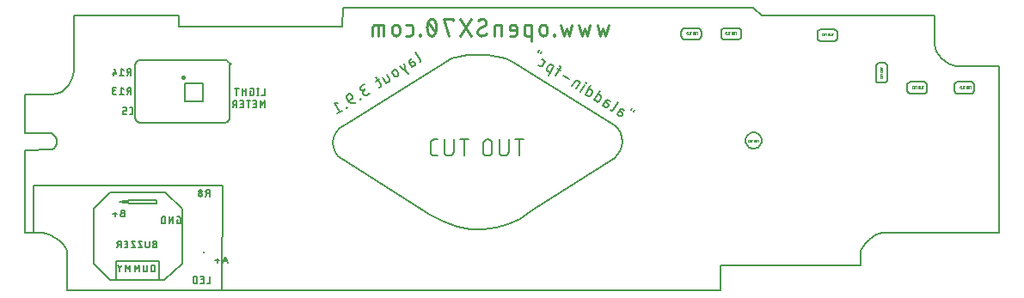
<source format=gbo>
G75*
%MOIN*%
%OFA0B0*%
%FSLAX25Y25*%
%IPPOS*%
%LPD*%
%AMOC8*
5,1,8,0,0,1.08239X$1,22.5*
%
%ADD10C,0.00600*%
%ADD11C,0.00500*%
%ADD12C,0.00800*%
%ADD13C,0.00000*%
%ADD14C,0.01100*%
%ADD15R,0.00787X0.00787*%
%ADD16C,0.01200*%
D10*
X0017703Y0038877D02*
X0017703Y0053068D01*
X0017473Y0054223D01*
X0016826Y0055511D01*
X0015826Y0056843D01*
X0014540Y0058131D01*
X0013031Y0059287D01*
X0011367Y0060221D01*
X0009609Y0060847D01*
X0007826Y0061075D01*
X0001300Y0061075D01*
X0001300Y0093285D01*
X0011489Y0093363D01*
X0012380Y0093845D01*
X0013016Y0094600D01*
X0013395Y0095536D01*
X0013520Y0096561D01*
X0013391Y0097585D01*
X0013008Y0098513D01*
X0012374Y0099256D01*
X0011489Y0099720D01*
X0001300Y0099735D01*
X0001300Y0114803D02*
X0011489Y0114803D01*
X0013651Y0115090D01*
X0015486Y0115887D01*
X0017005Y0117096D01*
X0018220Y0118620D01*
X0019144Y0120362D01*
X0019789Y0122225D01*
X0020167Y0124111D01*
X0020291Y0125924D01*
X0020291Y0145461D01*
X0045202Y0128078D02*
X0045592Y0128199D01*
X0046011Y0128242D01*
X0078563Y0128242D01*
X0078982Y0128199D01*
X0079372Y0128078D01*
X0079726Y0127885D01*
X0080035Y0127630D01*
X0080289Y0127321D01*
X0080482Y0126968D01*
X0080604Y0126577D01*
X0080646Y0126159D01*
X0080646Y0105976D01*
X0080604Y0105558D01*
X0080482Y0105167D01*
X0080289Y0104813D01*
X0080035Y0104505D01*
X0079726Y0104250D01*
X0079372Y0104057D01*
X0078982Y0103935D01*
X0078563Y0103893D01*
X0046011Y0103893D01*
X0045592Y0103935D01*
X0045202Y0104057D01*
X0044848Y0104250D01*
X0044539Y0104505D01*
X0044285Y0104813D01*
X0044092Y0105167D01*
X0043970Y0105558D01*
X0043928Y0105976D01*
X0043928Y0126159D01*
X0043970Y0126577D01*
X0044092Y0126968D01*
X0044285Y0127321D01*
X0044539Y0127630D01*
X0044848Y0127885D01*
X0045202Y0128078D01*
X0042272Y0124858D02*
X0041550Y0124858D01*
X0042272Y0124858D02*
X0042272Y0122258D01*
X0042272Y0123414D02*
X0041550Y0123414D01*
X0041405Y0123414D02*
X0040827Y0122258D01*
X0039423Y0122258D02*
X0037978Y0122258D01*
X0038701Y0122258D02*
X0038701Y0124858D01*
X0039423Y0124281D01*
X0041550Y0124858D02*
X0041497Y0124856D01*
X0041445Y0124850D01*
X0041393Y0124841D01*
X0041342Y0124827D01*
X0041292Y0124810D01*
X0041244Y0124790D01*
X0041197Y0124766D01*
X0041152Y0124738D01*
X0041109Y0124707D01*
X0041068Y0124674D01*
X0041030Y0124637D01*
X0040995Y0124598D01*
X0040963Y0124556D01*
X0040934Y0124512D01*
X0040908Y0124466D01*
X0040886Y0124418D01*
X0040867Y0124369D01*
X0040851Y0124319D01*
X0040840Y0124267D01*
X0040832Y0124215D01*
X0040828Y0124162D01*
X0040828Y0124110D01*
X0040832Y0124057D01*
X0040840Y0124005D01*
X0040851Y0123953D01*
X0040867Y0123903D01*
X0040886Y0123854D01*
X0040908Y0123806D01*
X0040934Y0123760D01*
X0040963Y0123716D01*
X0040995Y0123674D01*
X0041030Y0123635D01*
X0041068Y0123598D01*
X0041109Y0123565D01*
X0041152Y0123534D01*
X0041197Y0123506D01*
X0041244Y0123482D01*
X0041292Y0123462D01*
X0041342Y0123445D01*
X0041393Y0123431D01*
X0041445Y0123422D01*
X0041497Y0123416D01*
X0041550Y0123414D01*
X0036543Y0122836D02*
X0035965Y0124858D01*
X0035532Y0123414D02*
X0035532Y0122258D01*
X0035098Y0122836D02*
X0036543Y0122836D01*
X0036543Y0117483D02*
X0035676Y0117483D01*
X0035676Y0117484D02*
X0035629Y0117482D01*
X0035583Y0117477D01*
X0035538Y0117467D01*
X0035493Y0117454D01*
X0035449Y0117438D01*
X0035407Y0117418D01*
X0035367Y0117395D01*
X0035329Y0117368D01*
X0035293Y0117339D01*
X0035259Y0117306D01*
X0035228Y0117272D01*
X0035200Y0117234D01*
X0035175Y0117195D01*
X0035154Y0117154D01*
X0035136Y0117111D01*
X0035121Y0117067D01*
X0035110Y0117022D01*
X0035102Y0116976D01*
X0035098Y0116929D01*
X0035098Y0116883D01*
X0035102Y0116836D01*
X0035110Y0116790D01*
X0035121Y0116745D01*
X0035136Y0116701D01*
X0035154Y0116658D01*
X0035175Y0116617D01*
X0035200Y0116578D01*
X0035228Y0116540D01*
X0035259Y0116506D01*
X0035293Y0116473D01*
X0035329Y0116444D01*
X0035367Y0116417D01*
X0035407Y0116394D01*
X0035449Y0116374D01*
X0035493Y0116358D01*
X0035538Y0116345D01*
X0035583Y0116335D01*
X0035629Y0116330D01*
X0035676Y0116328D01*
X0036254Y0116328D01*
X0035821Y0116328D02*
X0035768Y0116326D01*
X0035716Y0116320D01*
X0035664Y0116311D01*
X0035613Y0116297D01*
X0035563Y0116280D01*
X0035515Y0116260D01*
X0035468Y0116236D01*
X0035423Y0116208D01*
X0035380Y0116177D01*
X0035339Y0116144D01*
X0035301Y0116107D01*
X0035266Y0116068D01*
X0035234Y0116026D01*
X0035205Y0115982D01*
X0035179Y0115936D01*
X0035157Y0115888D01*
X0035138Y0115839D01*
X0035122Y0115789D01*
X0035111Y0115737D01*
X0035103Y0115685D01*
X0035099Y0115632D01*
X0035099Y0115580D01*
X0035103Y0115527D01*
X0035111Y0115475D01*
X0035122Y0115423D01*
X0035138Y0115373D01*
X0035157Y0115324D01*
X0035179Y0115276D01*
X0035205Y0115230D01*
X0035234Y0115186D01*
X0035266Y0115144D01*
X0035301Y0115105D01*
X0035339Y0115068D01*
X0035380Y0115035D01*
X0035423Y0115004D01*
X0035468Y0114976D01*
X0035515Y0114952D01*
X0035563Y0114932D01*
X0035613Y0114915D01*
X0035664Y0114901D01*
X0035716Y0114892D01*
X0035768Y0114886D01*
X0035821Y0114884D01*
X0035821Y0114883D02*
X0036543Y0114883D01*
X0037978Y0114883D02*
X0039423Y0114883D01*
X0038701Y0114883D02*
X0038701Y0117483D01*
X0039423Y0116906D01*
X0041550Y0117483D02*
X0041497Y0117481D01*
X0041445Y0117475D01*
X0041393Y0117466D01*
X0041342Y0117452D01*
X0041292Y0117435D01*
X0041244Y0117415D01*
X0041197Y0117391D01*
X0041152Y0117363D01*
X0041109Y0117332D01*
X0041068Y0117299D01*
X0041030Y0117262D01*
X0040995Y0117223D01*
X0040963Y0117181D01*
X0040934Y0117137D01*
X0040908Y0117091D01*
X0040886Y0117043D01*
X0040867Y0116994D01*
X0040851Y0116944D01*
X0040840Y0116892D01*
X0040832Y0116840D01*
X0040828Y0116787D01*
X0040828Y0116735D01*
X0040832Y0116682D01*
X0040840Y0116630D01*
X0040851Y0116578D01*
X0040867Y0116528D01*
X0040886Y0116479D01*
X0040908Y0116431D01*
X0040934Y0116385D01*
X0040963Y0116341D01*
X0040995Y0116299D01*
X0041030Y0116260D01*
X0041068Y0116223D01*
X0041109Y0116190D01*
X0041152Y0116159D01*
X0041197Y0116131D01*
X0041244Y0116107D01*
X0041292Y0116087D01*
X0041342Y0116070D01*
X0041393Y0116056D01*
X0041445Y0116047D01*
X0041497Y0116041D01*
X0041550Y0116039D01*
X0042272Y0116039D01*
X0041405Y0116039D02*
X0040827Y0114883D01*
X0042272Y0114883D02*
X0042272Y0117483D01*
X0041550Y0117483D01*
X0041846Y0109733D02*
X0042423Y0109733D01*
X0042423Y0109734D02*
X0042471Y0109732D01*
X0042518Y0109726D01*
X0042565Y0109716D01*
X0042611Y0109703D01*
X0042655Y0109685D01*
X0042698Y0109664D01*
X0042739Y0109640D01*
X0042778Y0109612D01*
X0042814Y0109581D01*
X0042848Y0109547D01*
X0042879Y0109511D01*
X0042907Y0109472D01*
X0042931Y0109431D01*
X0042952Y0109388D01*
X0042970Y0109344D01*
X0042983Y0109298D01*
X0042993Y0109251D01*
X0042999Y0109204D01*
X0043001Y0109156D01*
X0043001Y0107711D01*
X0042999Y0107666D01*
X0042994Y0107621D01*
X0042985Y0107576D01*
X0042973Y0107532D01*
X0042957Y0107490D01*
X0042938Y0107449D01*
X0042916Y0107409D01*
X0042891Y0107371D01*
X0042863Y0107336D01*
X0042832Y0107302D01*
X0042798Y0107271D01*
X0042763Y0107243D01*
X0042725Y0107218D01*
X0042685Y0107196D01*
X0042644Y0107177D01*
X0042602Y0107161D01*
X0042558Y0107149D01*
X0042513Y0107140D01*
X0042468Y0107135D01*
X0042423Y0107133D01*
X0041846Y0107133D01*
X0040587Y0107133D02*
X0039720Y0107133D01*
X0039672Y0107135D01*
X0039625Y0107141D01*
X0039578Y0107151D01*
X0039532Y0107164D01*
X0039488Y0107182D01*
X0039445Y0107203D01*
X0039404Y0107227D01*
X0039365Y0107255D01*
X0039329Y0107286D01*
X0039295Y0107320D01*
X0039264Y0107356D01*
X0039236Y0107395D01*
X0039212Y0107436D01*
X0039191Y0107479D01*
X0039173Y0107523D01*
X0039160Y0107569D01*
X0039150Y0107616D01*
X0039144Y0107663D01*
X0039142Y0107711D01*
X0039143Y0107711D02*
X0039143Y0108000D01*
X0039142Y0108000D02*
X0039144Y0108045D01*
X0039149Y0108090D01*
X0039158Y0108135D01*
X0039170Y0108179D01*
X0039186Y0108221D01*
X0039205Y0108262D01*
X0039227Y0108302D01*
X0039252Y0108340D01*
X0039280Y0108375D01*
X0039311Y0108409D01*
X0039345Y0108440D01*
X0039380Y0108468D01*
X0039418Y0108493D01*
X0039458Y0108515D01*
X0039499Y0108534D01*
X0039541Y0108550D01*
X0039585Y0108562D01*
X0039630Y0108571D01*
X0039675Y0108576D01*
X0039720Y0108578D01*
X0040587Y0108578D01*
X0040587Y0109733D01*
X0039143Y0109733D01*
X0081775Y0109758D02*
X0082353Y0110914D01*
X0082497Y0110914D02*
X0083219Y0110914D01*
X0082497Y0110914D02*
X0082444Y0110916D01*
X0082392Y0110922D01*
X0082340Y0110931D01*
X0082289Y0110945D01*
X0082239Y0110962D01*
X0082191Y0110982D01*
X0082144Y0111006D01*
X0082099Y0111034D01*
X0082056Y0111065D01*
X0082015Y0111098D01*
X0081977Y0111135D01*
X0081942Y0111174D01*
X0081910Y0111216D01*
X0081881Y0111260D01*
X0081855Y0111306D01*
X0081833Y0111354D01*
X0081814Y0111403D01*
X0081798Y0111453D01*
X0081787Y0111505D01*
X0081779Y0111557D01*
X0081775Y0111610D01*
X0081775Y0111662D01*
X0081779Y0111715D01*
X0081787Y0111767D01*
X0081798Y0111819D01*
X0081814Y0111869D01*
X0081833Y0111918D01*
X0081855Y0111966D01*
X0081881Y0112012D01*
X0081910Y0112056D01*
X0081942Y0112098D01*
X0081977Y0112137D01*
X0082015Y0112174D01*
X0082056Y0112207D01*
X0082099Y0112238D01*
X0082144Y0112266D01*
X0082191Y0112290D01*
X0082239Y0112310D01*
X0082289Y0112327D01*
X0082340Y0112341D01*
X0082392Y0112350D01*
X0082444Y0112356D01*
X0082497Y0112358D01*
X0083219Y0112358D01*
X0083219Y0109758D01*
X0084581Y0109758D02*
X0085737Y0109758D01*
X0085737Y0112358D01*
X0084581Y0112358D01*
X0084870Y0111203D02*
X0085737Y0111203D01*
X0087086Y0112358D02*
X0088530Y0112358D01*
X0087808Y0112358D02*
X0087808Y0109758D01*
X0089573Y0109758D02*
X0090729Y0109758D01*
X0090729Y0112358D01*
X0089573Y0112358D01*
X0089862Y0111203D02*
X0090729Y0111203D01*
X0092414Y0112358D02*
X0093280Y0110914D01*
X0094147Y0112358D01*
X0094147Y0109758D01*
X0092414Y0109758D02*
X0092414Y0112358D01*
X0091899Y0114558D02*
X0091321Y0114558D01*
X0091610Y0114558D02*
X0091610Y0117158D01*
X0091899Y0117158D02*
X0091321Y0117158D01*
X0089932Y0116581D02*
X0089932Y0115136D01*
X0089933Y0115136D02*
X0089931Y0115091D01*
X0089926Y0115046D01*
X0089917Y0115001D01*
X0089905Y0114957D01*
X0089889Y0114915D01*
X0089870Y0114874D01*
X0089848Y0114834D01*
X0089823Y0114796D01*
X0089795Y0114761D01*
X0089764Y0114727D01*
X0089730Y0114696D01*
X0089695Y0114668D01*
X0089657Y0114643D01*
X0089617Y0114621D01*
X0089576Y0114602D01*
X0089534Y0114586D01*
X0089490Y0114574D01*
X0089445Y0114565D01*
X0089400Y0114560D01*
X0089355Y0114558D01*
X0088488Y0114558D01*
X0088488Y0116003D01*
X0088921Y0116003D01*
X0089933Y0116581D02*
X0089931Y0116629D01*
X0089925Y0116676D01*
X0089915Y0116723D01*
X0089902Y0116769D01*
X0089884Y0116813D01*
X0089863Y0116856D01*
X0089839Y0116897D01*
X0089811Y0116936D01*
X0089780Y0116972D01*
X0089746Y0117006D01*
X0089710Y0117037D01*
X0089671Y0117065D01*
X0089630Y0117089D01*
X0089587Y0117110D01*
X0089543Y0117128D01*
X0089497Y0117141D01*
X0089450Y0117151D01*
X0089403Y0117157D01*
X0089355Y0117159D01*
X0089355Y0117158D02*
X0088488Y0117158D01*
X0086860Y0117158D02*
X0086860Y0114558D01*
X0085416Y0114558D02*
X0085416Y0117158D01*
X0085416Y0116003D02*
X0086860Y0116003D01*
X0084076Y0117158D02*
X0082632Y0117158D01*
X0083354Y0117158D02*
X0083354Y0114558D01*
X0092991Y0114558D02*
X0094147Y0114558D01*
X0094147Y0117158D01*
X0081104Y0126577D02*
X0080982Y0126968D01*
X0060762Y0141013D02*
X0124178Y0141164D01*
X0124439Y0148568D01*
X0283611Y0148568D01*
X0286803Y0145461D01*
X0353849Y0145461D01*
X0353872Y0134183D01*
X0354104Y0132969D01*
X0354668Y0131631D01*
X0355516Y0130256D01*
X0356599Y0128933D01*
X0357869Y0127750D01*
X0359276Y0126796D01*
X0360773Y0126160D01*
X0362309Y0125929D01*
X0362585Y0125935D01*
X0378794Y0125924D01*
X0378794Y0061075D01*
X0333600Y0061075D01*
X0332610Y0060907D01*
X0331351Y0060421D01*
X0329946Y0059641D01*
X0328519Y0058595D01*
X0327194Y0057307D01*
X0326094Y0055804D01*
X0325344Y0054111D01*
X0325066Y0052254D01*
X0325066Y0048361D01*
X0270858Y0048361D01*
X0270858Y0038877D01*
X0017703Y0038877D01*
X0037965Y0046008D02*
X0037965Y0047381D01*
X0037098Y0048608D01*
X0037965Y0047381D02*
X0038831Y0048608D01*
X0040266Y0048608D02*
X0041133Y0047164D01*
X0041999Y0048608D01*
X0041999Y0046008D01*
X0043722Y0046008D02*
X0043722Y0048608D01*
X0044589Y0047164D01*
X0045455Y0048608D01*
X0045455Y0046008D01*
X0047130Y0046731D02*
X0047130Y0048608D01*
X0048575Y0048608D02*
X0048575Y0046731D01*
X0048573Y0046678D01*
X0048567Y0046626D01*
X0048558Y0046574D01*
X0048544Y0046523D01*
X0048527Y0046473D01*
X0048507Y0046425D01*
X0048483Y0046378D01*
X0048455Y0046333D01*
X0048424Y0046290D01*
X0048391Y0046249D01*
X0048354Y0046211D01*
X0048315Y0046176D01*
X0048273Y0046144D01*
X0048229Y0046115D01*
X0048183Y0046089D01*
X0048135Y0046067D01*
X0048086Y0046048D01*
X0048036Y0046032D01*
X0047984Y0046021D01*
X0047932Y0046013D01*
X0047879Y0046009D01*
X0047827Y0046009D01*
X0047774Y0046013D01*
X0047722Y0046021D01*
X0047670Y0046032D01*
X0047620Y0046048D01*
X0047571Y0046067D01*
X0047523Y0046089D01*
X0047477Y0046115D01*
X0047433Y0046144D01*
X0047391Y0046176D01*
X0047352Y0046211D01*
X0047315Y0046249D01*
X0047282Y0046290D01*
X0047251Y0046333D01*
X0047223Y0046378D01*
X0047199Y0046425D01*
X0047179Y0046473D01*
X0047162Y0046523D01*
X0047148Y0046574D01*
X0047139Y0046626D01*
X0047133Y0046678D01*
X0047131Y0046731D01*
X0050202Y0046731D02*
X0050202Y0047886D01*
X0050203Y0047886D02*
X0050205Y0047938D01*
X0050210Y0047989D01*
X0050219Y0048039D01*
X0050232Y0048089D01*
X0050249Y0048138D01*
X0050268Y0048186D01*
X0050291Y0048232D01*
X0050318Y0048276D01*
X0050347Y0048319D01*
X0050379Y0048359D01*
X0050414Y0048397D01*
X0050452Y0048432D01*
X0050492Y0048464D01*
X0050535Y0048493D01*
X0050579Y0048520D01*
X0050625Y0048543D01*
X0050673Y0048562D01*
X0050722Y0048579D01*
X0050772Y0048592D01*
X0050822Y0048601D01*
X0050873Y0048606D01*
X0050925Y0048608D01*
X0051647Y0048608D01*
X0051647Y0046008D01*
X0050925Y0046008D01*
X0050925Y0046009D02*
X0050873Y0046011D01*
X0050822Y0046016D01*
X0050772Y0046025D01*
X0050722Y0046038D01*
X0050673Y0046055D01*
X0050625Y0046074D01*
X0050579Y0046097D01*
X0050535Y0046124D01*
X0050492Y0046153D01*
X0050452Y0046185D01*
X0050414Y0046220D01*
X0050379Y0046258D01*
X0050347Y0046298D01*
X0050318Y0046341D01*
X0050291Y0046385D01*
X0050268Y0046431D01*
X0050249Y0046479D01*
X0050232Y0046528D01*
X0050219Y0046578D01*
X0050210Y0046628D01*
X0050205Y0046679D01*
X0050203Y0046731D01*
X0040266Y0046008D02*
X0040266Y0048608D01*
X0039850Y0055383D02*
X0041006Y0055383D01*
X0041006Y0057983D01*
X0039850Y0057983D01*
X0040139Y0056828D02*
X0041006Y0056828D01*
X0042451Y0057983D02*
X0043895Y0055383D01*
X0042451Y0055383D01*
X0042451Y0057983D02*
X0043895Y0057983D01*
X0045139Y0057983D02*
X0046583Y0055383D01*
X0045139Y0055383D01*
X0045139Y0057983D02*
X0046583Y0057983D01*
X0048019Y0057983D02*
X0048019Y0056106D01*
X0048021Y0056053D01*
X0048027Y0056001D01*
X0048036Y0055949D01*
X0048050Y0055898D01*
X0048067Y0055848D01*
X0048087Y0055800D01*
X0048111Y0055753D01*
X0048139Y0055708D01*
X0048170Y0055665D01*
X0048203Y0055624D01*
X0048240Y0055586D01*
X0048279Y0055551D01*
X0048321Y0055519D01*
X0048365Y0055490D01*
X0048411Y0055464D01*
X0048459Y0055442D01*
X0048508Y0055423D01*
X0048558Y0055407D01*
X0048610Y0055396D01*
X0048662Y0055388D01*
X0048715Y0055384D01*
X0048767Y0055384D01*
X0048820Y0055388D01*
X0048872Y0055396D01*
X0048924Y0055407D01*
X0048974Y0055423D01*
X0049023Y0055442D01*
X0049071Y0055464D01*
X0049117Y0055490D01*
X0049161Y0055519D01*
X0049203Y0055551D01*
X0049242Y0055586D01*
X0049279Y0055624D01*
X0049312Y0055665D01*
X0049343Y0055708D01*
X0049371Y0055753D01*
X0049395Y0055800D01*
X0049415Y0055848D01*
X0049432Y0055898D01*
X0049446Y0055949D01*
X0049455Y0056001D01*
X0049461Y0056053D01*
X0049463Y0056106D01*
X0049463Y0057983D01*
X0051550Y0057983D02*
X0052272Y0057983D01*
X0052272Y0055383D01*
X0051550Y0055383D01*
X0051550Y0055384D02*
X0051497Y0055386D01*
X0051445Y0055392D01*
X0051393Y0055401D01*
X0051342Y0055415D01*
X0051292Y0055432D01*
X0051244Y0055452D01*
X0051197Y0055476D01*
X0051152Y0055504D01*
X0051109Y0055535D01*
X0051068Y0055568D01*
X0051030Y0055605D01*
X0050995Y0055644D01*
X0050963Y0055686D01*
X0050934Y0055730D01*
X0050908Y0055776D01*
X0050886Y0055824D01*
X0050867Y0055873D01*
X0050851Y0055923D01*
X0050840Y0055975D01*
X0050832Y0056027D01*
X0050828Y0056080D01*
X0050828Y0056132D01*
X0050832Y0056185D01*
X0050840Y0056237D01*
X0050851Y0056289D01*
X0050867Y0056339D01*
X0050886Y0056388D01*
X0050908Y0056436D01*
X0050934Y0056482D01*
X0050963Y0056526D01*
X0050995Y0056568D01*
X0051030Y0056607D01*
X0051068Y0056644D01*
X0051109Y0056677D01*
X0051152Y0056708D01*
X0051197Y0056736D01*
X0051244Y0056760D01*
X0051292Y0056780D01*
X0051342Y0056797D01*
X0051393Y0056811D01*
X0051445Y0056820D01*
X0051497Y0056826D01*
X0051550Y0056828D01*
X0052272Y0056828D01*
X0051550Y0056828D02*
X0051503Y0056830D01*
X0051457Y0056835D01*
X0051412Y0056845D01*
X0051367Y0056858D01*
X0051323Y0056874D01*
X0051281Y0056894D01*
X0051241Y0056917D01*
X0051203Y0056944D01*
X0051167Y0056973D01*
X0051133Y0057006D01*
X0051102Y0057040D01*
X0051074Y0057078D01*
X0051049Y0057117D01*
X0051028Y0057158D01*
X0051010Y0057201D01*
X0050995Y0057245D01*
X0050984Y0057290D01*
X0050976Y0057336D01*
X0050972Y0057383D01*
X0050972Y0057429D01*
X0050976Y0057476D01*
X0050984Y0057522D01*
X0050995Y0057567D01*
X0051010Y0057611D01*
X0051028Y0057654D01*
X0051049Y0057695D01*
X0051074Y0057734D01*
X0051102Y0057772D01*
X0051133Y0057806D01*
X0051167Y0057839D01*
X0051203Y0057868D01*
X0051241Y0057895D01*
X0051281Y0057918D01*
X0051323Y0057938D01*
X0051367Y0057954D01*
X0051412Y0057967D01*
X0051457Y0057977D01*
X0051503Y0057982D01*
X0051550Y0057984D01*
X0054781Y0064758D02*
X0055503Y0064758D01*
X0055503Y0067358D01*
X0054781Y0067358D01*
X0054729Y0067356D01*
X0054678Y0067351D01*
X0054628Y0067342D01*
X0054578Y0067329D01*
X0054529Y0067312D01*
X0054481Y0067293D01*
X0054435Y0067270D01*
X0054391Y0067243D01*
X0054348Y0067214D01*
X0054308Y0067182D01*
X0054270Y0067147D01*
X0054235Y0067109D01*
X0054203Y0067069D01*
X0054174Y0067026D01*
X0054147Y0066982D01*
X0054124Y0066936D01*
X0054105Y0066888D01*
X0054088Y0066839D01*
X0054075Y0066789D01*
X0054066Y0066739D01*
X0054061Y0066688D01*
X0054059Y0066636D01*
X0054058Y0066636D02*
X0054058Y0065481D01*
X0054059Y0065481D02*
X0054061Y0065429D01*
X0054066Y0065378D01*
X0054075Y0065328D01*
X0054088Y0065278D01*
X0054105Y0065229D01*
X0054124Y0065181D01*
X0054147Y0065135D01*
X0054174Y0065091D01*
X0054203Y0065048D01*
X0054235Y0065008D01*
X0054270Y0064970D01*
X0054308Y0064935D01*
X0054348Y0064903D01*
X0054391Y0064874D01*
X0054435Y0064847D01*
X0054481Y0064824D01*
X0054529Y0064805D01*
X0054578Y0064788D01*
X0054628Y0064775D01*
X0054678Y0064766D01*
X0054729Y0064761D01*
X0054781Y0064759D01*
X0057130Y0064758D02*
X0057130Y0067358D01*
X0058575Y0067358D02*
X0057130Y0064758D01*
X0058575Y0064758D02*
X0058575Y0067358D01*
X0060202Y0067358D02*
X0061069Y0067358D01*
X0061069Y0067359D02*
X0061117Y0067357D01*
X0061164Y0067351D01*
X0061211Y0067341D01*
X0061257Y0067328D01*
X0061301Y0067310D01*
X0061344Y0067289D01*
X0061385Y0067265D01*
X0061424Y0067237D01*
X0061460Y0067206D01*
X0061494Y0067172D01*
X0061525Y0067136D01*
X0061553Y0067097D01*
X0061577Y0067056D01*
X0061598Y0067013D01*
X0061616Y0066969D01*
X0061629Y0066923D01*
X0061639Y0066876D01*
X0061645Y0066829D01*
X0061647Y0066781D01*
X0061647Y0065336D01*
X0061645Y0065291D01*
X0061640Y0065246D01*
X0061631Y0065201D01*
X0061619Y0065157D01*
X0061603Y0065115D01*
X0061584Y0065074D01*
X0061562Y0065034D01*
X0061537Y0064996D01*
X0061509Y0064961D01*
X0061478Y0064927D01*
X0061444Y0064896D01*
X0061409Y0064868D01*
X0061371Y0064843D01*
X0061331Y0064821D01*
X0061290Y0064802D01*
X0061248Y0064786D01*
X0061204Y0064774D01*
X0061159Y0064765D01*
X0061114Y0064760D01*
X0061069Y0064758D01*
X0060202Y0064758D01*
X0060202Y0066203D01*
X0060636Y0066203D01*
X0068497Y0076031D02*
X0068499Y0075978D01*
X0068505Y0075926D01*
X0068514Y0075874D01*
X0068528Y0075823D01*
X0068545Y0075773D01*
X0068565Y0075725D01*
X0068589Y0075678D01*
X0068617Y0075633D01*
X0068648Y0075590D01*
X0068681Y0075549D01*
X0068718Y0075511D01*
X0068757Y0075476D01*
X0068799Y0075444D01*
X0068843Y0075415D01*
X0068889Y0075389D01*
X0068937Y0075367D01*
X0068986Y0075348D01*
X0069036Y0075332D01*
X0069088Y0075321D01*
X0069140Y0075313D01*
X0069193Y0075309D01*
X0069245Y0075309D01*
X0069298Y0075313D01*
X0069350Y0075321D01*
X0069402Y0075332D01*
X0069452Y0075348D01*
X0069501Y0075367D01*
X0069549Y0075389D01*
X0069595Y0075415D01*
X0069639Y0075444D01*
X0069681Y0075476D01*
X0069720Y0075511D01*
X0069757Y0075549D01*
X0069790Y0075590D01*
X0069821Y0075633D01*
X0069849Y0075678D01*
X0069873Y0075725D01*
X0069893Y0075773D01*
X0069910Y0075823D01*
X0069924Y0075874D01*
X0069933Y0075926D01*
X0069939Y0075978D01*
X0069941Y0076031D01*
X0069939Y0076084D01*
X0069933Y0076136D01*
X0069924Y0076188D01*
X0069910Y0076239D01*
X0069893Y0076289D01*
X0069873Y0076337D01*
X0069849Y0076384D01*
X0069821Y0076429D01*
X0069790Y0076472D01*
X0069757Y0076513D01*
X0069720Y0076551D01*
X0069681Y0076586D01*
X0069639Y0076618D01*
X0069595Y0076647D01*
X0069549Y0076673D01*
X0069501Y0076695D01*
X0069452Y0076714D01*
X0069402Y0076730D01*
X0069350Y0076741D01*
X0069298Y0076749D01*
X0069245Y0076753D01*
X0069193Y0076753D01*
X0069140Y0076749D01*
X0069088Y0076741D01*
X0069036Y0076730D01*
X0068986Y0076714D01*
X0068937Y0076695D01*
X0068889Y0076673D01*
X0068843Y0076647D01*
X0068799Y0076618D01*
X0068757Y0076586D01*
X0068718Y0076551D01*
X0068681Y0076513D01*
X0068648Y0076472D01*
X0068617Y0076429D01*
X0068589Y0076384D01*
X0068565Y0076337D01*
X0068545Y0076289D01*
X0068528Y0076239D01*
X0068514Y0076188D01*
X0068505Y0076136D01*
X0068499Y0076084D01*
X0068497Y0076031D01*
X0068641Y0077331D02*
X0068643Y0077284D01*
X0068648Y0077238D01*
X0068658Y0077193D01*
X0068671Y0077148D01*
X0068687Y0077104D01*
X0068707Y0077062D01*
X0068730Y0077022D01*
X0068757Y0076984D01*
X0068786Y0076948D01*
X0068819Y0076914D01*
X0068853Y0076883D01*
X0068891Y0076855D01*
X0068930Y0076830D01*
X0068971Y0076809D01*
X0069014Y0076791D01*
X0069058Y0076776D01*
X0069103Y0076765D01*
X0069149Y0076757D01*
X0069196Y0076753D01*
X0069242Y0076753D01*
X0069289Y0076757D01*
X0069335Y0076765D01*
X0069380Y0076776D01*
X0069424Y0076791D01*
X0069467Y0076809D01*
X0069508Y0076830D01*
X0069547Y0076855D01*
X0069585Y0076883D01*
X0069619Y0076914D01*
X0069652Y0076948D01*
X0069681Y0076984D01*
X0069708Y0077022D01*
X0069731Y0077062D01*
X0069751Y0077104D01*
X0069767Y0077148D01*
X0069780Y0077193D01*
X0069790Y0077238D01*
X0069795Y0077284D01*
X0069797Y0077331D01*
X0069795Y0077378D01*
X0069790Y0077424D01*
X0069780Y0077469D01*
X0069767Y0077514D01*
X0069751Y0077558D01*
X0069731Y0077600D01*
X0069708Y0077640D01*
X0069681Y0077678D01*
X0069652Y0077714D01*
X0069619Y0077748D01*
X0069585Y0077779D01*
X0069547Y0077807D01*
X0069508Y0077832D01*
X0069467Y0077853D01*
X0069424Y0077871D01*
X0069380Y0077886D01*
X0069335Y0077897D01*
X0069289Y0077905D01*
X0069242Y0077909D01*
X0069196Y0077909D01*
X0069149Y0077905D01*
X0069103Y0077897D01*
X0069058Y0077886D01*
X0069014Y0077871D01*
X0068971Y0077853D01*
X0068930Y0077832D01*
X0068891Y0077807D01*
X0068853Y0077779D01*
X0068819Y0077748D01*
X0068786Y0077714D01*
X0068757Y0077678D01*
X0068730Y0077640D01*
X0068707Y0077600D01*
X0068687Y0077558D01*
X0068671Y0077514D01*
X0068658Y0077469D01*
X0068648Y0077424D01*
X0068643Y0077378D01*
X0068641Y0077331D01*
X0071346Y0075308D02*
X0071924Y0076464D01*
X0072068Y0076464D02*
X0072790Y0076464D01*
X0072068Y0076464D02*
X0072015Y0076466D01*
X0071963Y0076472D01*
X0071911Y0076481D01*
X0071860Y0076495D01*
X0071810Y0076512D01*
X0071762Y0076532D01*
X0071715Y0076556D01*
X0071670Y0076584D01*
X0071627Y0076615D01*
X0071586Y0076648D01*
X0071548Y0076685D01*
X0071513Y0076724D01*
X0071481Y0076766D01*
X0071452Y0076810D01*
X0071426Y0076856D01*
X0071404Y0076904D01*
X0071385Y0076953D01*
X0071369Y0077003D01*
X0071358Y0077055D01*
X0071350Y0077107D01*
X0071346Y0077160D01*
X0071346Y0077212D01*
X0071350Y0077265D01*
X0071358Y0077317D01*
X0071369Y0077369D01*
X0071385Y0077419D01*
X0071404Y0077468D01*
X0071426Y0077516D01*
X0071452Y0077562D01*
X0071481Y0077606D01*
X0071513Y0077648D01*
X0071548Y0077687D01*
X0071586Y0077724D01*
X0071627Y0077757D01*
X0071670Y0077788D01*
X0071715Y0077816D01*
X0071762Y0077840D01*
X0071810Y0077860D01*
X0071860Y0077877D01*
X0071911Y0077891D01*
X0071963Y0077900D01*
X0072015Y0077906D01*
X0072068Y0077908D01*
X0072790Y0077908D01*
X0072790Y0075308D01*
X0077717Y0079347D02*
X0077684Y0039347D01*
X0072897Y0041633D02*
X0071741Y0041633D01*
X0072897Y0041633D02*
X0072897Y0044233D01*
X0070401Y0044233D02*
X0070401Y0041633D01*
X0069245Y0041633D01*
X0067914Y0041633D02*
X0067192Y0041633D01*
X0067914Y0041633D02*
X0067914Y0044233D01*
X0067192Y0044233D01*
X0067140Y0044231D01*
X0067089Y0044226D01*
X0067039Y0044217D01*
X0066989Y0044204D01*
X0066940Y0044187D01*
X0066892Y0044168D01*
X0066846Y0044145D01*
X0066802Y0044118D01*
X0066759Y0044089D01*
X0066719Y0044057D01*
X0066681Y0044022D01*
X0066646Y0043984D01*
X0066614Y0043944D01*
X0066585Y0043901D01*
X0066558Y0043857D01*
X0066535Y0043811D01*
X0066516Y0043763D01*
X0066499Y0043714D01*
X0066486Y0043664D01*
X0066477Y0043614D01*
X0066472Y0043563D01*
X0066470Y0043511D01*
X0066470Y0042356D01*
X0066472Y0042304D01*
X0066477Y0042253D01*
X0066486Y0042203D01*
X0066499Y0042153D01*
X0066516Y0042104D01*
X0066535Y0042056D01*
X0066558Y0042010D01*
X0066585Y0041966D01*
X0066614Y0041923D01*
X0066646Y0041883D01*
X0066681Y0041845D01*
X0066719Y0041810D01*
X0066759Y0041778D01*
X0066802Y0041749D01*
X0066846Y0041722D01*
X0066892Y0041699D01*
X0066940Y0041680D01*
X0066989Y0041663D01*
X0067039Y0041650D01*
X0067089Y0041641D01*
X0067140Y0041636D01*
X0067192Y0041634D01*
X0069534Y0043078D02*
X0070401Y0043078D01*
X0070401Y0044233D02*
X0069245Y0044233D01*
X0075833Y0049528D02*
X0075833Y0051261D01*
X0074967Y0050394D02*
X0076700Y0050394D01*
X0078255Y0050033D02*
X0079555Y0050033D01*
X0079772Y0049383D02*
X0078905Y0051983D01*
X0078039Y0049383D01*
X0038488Y0055383D02*
X0038488Y0057983D01*
X0037766Y0057983D01*
X0037713Y0057981D01*
X0037661Y0057975D01*
X0037609Y0057966D01*
X0037558Y0057952D01*
X0037508Y0057935D01*
X0037460Y0057915D01*
X0037413Y0057891D01*
X0037368Y0057863D01*
X0037325Y0057832D01*
X0037284Y0057799D01*
X0037246Y0057762D01*
X0037211Y0057723D01*
X0037179Y0057681D01*
X0037150Y0057637D01*
X0037124Y0057591D01*
X0037102Y0057543D01*
X0037083Y0057494D01*
X0037067Y0057444D01*
X0037056Y0057392D01*
X0037048Y0057340D01*
X0037044Y0057287D01*
X0037044Y0057235D01*
X0037048Y0057182D01*
X0037056Y0057130D01*
X0037067Y0057078D01*
X0037083Y0057028D01*
X0037102Y0056979D01*
X0037124Y0056931D01*
X0037150Y0056885D01*
X0037179Y0056841D01*
X0037211Y0056799D01*
X0037246Y0056760D01*
X0037284Y0056723D01*
X0037325Y0056690D01*
X0037368Y0056659D01*
X0037413Y0056631D01*
X0037460Y0056607D01*
X0037508Y0056587D01*
X0037558Y0056570D01*
X0037609Y0056556D01*
X0037661Y0056547D01*
X0037713Y0056541D01*
X0037766Y0056539D01*
X0038488Y0056539D01*
X0037622Y0056539D02*
X0037044Y0055383D01*
X0039050Y0067383D02*
X0039772Y0067383D01*
X0039772Y0069983D01*
X0039050Y0069983D01*
X0039050Y0069984D02*
X0039003Y0069982D01*
X0038957Y0069977D01*
X0038912Y0069967D01*
X0038867Y0069954D01*
X0038823Y0069938D01*
X0038781Y0069918D01*
X0038741Y0069895D01*
X0038703Y0069868D01*
X0038667Y0069839D01*
X0038633Y0069806D01*
X0038602Y0069772D01*
X0038574Y0069734D01*
X0038549Y0069695D01*
X0038528Y0069654D01*
X0038510Y0069611D01*
X0038495Y0069567D01*
X0038484Y0069522D01*
X0038476Y0069476D01*
X0038472Y0069429D01*
X0038472Y0069383D01*
X0038476Y0069336D01*
X0038484Y0069290D01*
X0038495Y0069245D01*
X0038510Y0069201D01*
X0038528Y0069158D01*
X0038549Y0069117D01*
X0038574Y0069078D01*
X0038602Y0069040D01*
X0038633Y0069006D01*
X0038667Y0068973D01*
X0038703Y0068944D01*
X0038741Y0068917D01*
X0038781Y0068894D01*
X0038823Y0068874D01*
X0038867Y0068858D01*
X0038912Y0068845D01*
X0038957Y0068835D01*
X0039003Y0068830D01*
X0039050Y0068828D01*
X0039772Y0068828D01*
X0039050Y0068828D02*
X0038997Y0068826D01*
X0038945Y0068820D01*
X0038893Y0068811D01*
X0038842Y0068797D01*
X0038792Y0068780D01*
X0038744Y0068760D01*
X0038697Y0068736D01*
X0038652Y0068708D01*
X0038609Y0068677D01*
X0038568Y0068644D01*
X0038530Y0068607D01*
X0038495Y0068568D01*
X0038463Y0068526D01*
X0038434Y0068482D01*
X0038408Y0068436D01*
X0038386Y0068388D01*
X0038367Y0068339D01*
X0038351Y0068289D01*
X0038340Y0068237D01*
X0038332Y0068185D01*
X0038328Y0068132D01*
X0038328Y0068080D01*
X0038332Y0068027D01*
X0038340Y0067975D01*
X0038351Y0067923D01*
X0038367Y0067873D01*
X0038386Y0067824D01*
X0038408Y0067776D01*
X0038434Y0067730D01*
X0038463Y0067686D01*
X0038495Y0067644D01*
X0038530Y0067605D01*
X0038568Y0067568D01*
X0038609Y0067535D01*
X0038652Y0067504D01*
X0038697Y0067476D01*
X0038744Y0067452D01*
X0038792Y0067432D01*
X0038842Y0067415D01*
X0038893Y0067401D01*
X0038945Y0067392D01*
X0038997Y0067386D01*
X0039050Y0067384D01*
X0037012Y0068394D02*
X0035278Y0068394D01*
X0036145Y0067528D02*
X0036145Y0069261D01*
X0004443Y0061576D02*
X0004409Y0079347D01*
X0077717Y0079347D01*
X0120878Y0094247D02*
X0121562Y0092486D01*
X0122690Y0090966D01*
X0124225Y0089783D01*
X0158265Y0068189D01*
X0163523Y0065449D01*
X0168754Y0063607D01*
X0173919Y0062628D01*
X0178974Y0062478D01*
X0183880Y0063119D01*
X0188596Y0064518D01*
X0193079Y0066639D01*
X0197289Y0069447D01*
X0229895Y0090159D01*
X0230978Y0091402D01*
X0231843Y0092915D01*
X0232442Y0094612D01*
X0232729Y0096404D01*
X0232659Y0098204D01*
X0232183Y0099923D01*
X0231257Y0101475D01*
X0229833Y0102771D01*
X0190100Y0127595D01*
X0187592Y0128804D01*
X0184372Y0129643D01*
X0180700Y0130126D01*
X0176836Y0130263D01*
X0173041Y0130067D01*
X0169574Y0129549D01*
X0166698Y0128721D01*
X0164671Y0127595D01*
X0125405Y0103236D01*
X0123317Y0101738D01*
X0121857Y0099993D01*
X0120989Y0098097D01*
X0120674Y0096150D01*
X0120878Y0094247D01*
X0158497Y0095986D02*
X0158497Y0092431D01*
X0158499Y0092357D01*
X0158505Y0092282D01*
X0158515Y0092209D01*
X0158528Y0092135D01*
X0158545Y0092063D01*
X0158567Y0091992D01*
X0158591Y0091921D01*
X0158620Y0091853D01*
X0158652Y0091785D01*
X0158688Y0091720D01*
X0158726Y0091657D01*
X0158769Y0091595D01*
X0158814Y0091536D01*
X0158862Y0091479D01*
X0158913Y0091425D01*
X0158967Y0091374D01*
X0159024Y0091326D01*
X0159083Y0091281D01*
X0159145Y0091238D01*
X0159208Y0091200D01*
X0159273Y0091164D01*
X0159341Y0091132D01*
X0159409Y0091103D01*
X0159480Y0091079D01*
X0159551Y0091057D01*
X0159623Y0091040D01*
X0159697Y0091027D01*
X0159770Y0091017D01*
X0159845Y0091011D01*
X0159919Y0091009D01*
X0159919Y0091008D02*
X0161341Y0091008D01*
X0163846Y0092786D02*
X0163846Y0097408D01*
X0161341Y0097408D02*
X0159919Y0097408D01*
X0159845Y0097406D01*
X0159770Y0097400D01*
X0159697Y0097390D01*
X0159623Y0097377D01*
X0159551Y0097360D01*
X0159480Y0097338D01*
X0159409Y0097314D01*
X0159341Y0097285D01*
X0159273Y0097253D01*
X0159208Y0097217D01*
X0159145Y0097179D01*
X0159083Y0097136D01*
X0159024Y0097091D01*
X0158967Y0097043D01*
X0158913Y0096992D01*
X0158862Y0096937D01*
X0158814Y0096881D01*
X0158769Y0096822D01*
X0158726Y0096760D01*
X0158688Y0096697D01*
X0158652Y0096632D01*
X0158620Y0096564D01*
X0158591Y0096496D01*
X0158567Y0096425D01*
X0158545Y0096354D01*
X0158528Y0096282D01*
X0158515Y0096208D01*
X0158505Y0096135D01*
X0158499Y0096060D01*
X0158497Y0095986D01*
X0163846Y0092786D02*
X0163848Y0092703D01*
X0163854Y0092620D01*
X0163864Y0092537D01*
X0163877Y0092454D01*
X0163895Y0092373D01*
X0163916Y0092292D01*
X0163941Y0092213D01*
X0163970Y0092135D01*
X0164002Y0092058D01*
X0164038Y0091983D01*
X0164077Y0091909D01*
X0164120Y0091838D01*
X0164166Y0091768D01*
X0164216Y0091701D01*
X0164268Y0091636D01*
X0164323Y0091574D01*
X0164382Y0091514D01*
X0164443Y0091457D01*
X0164506Y0091403D01*
X0164572Y0091352D01*
X0164641Y0091305D01*
X0164711Y0091260D01*
X0164784Y0091219D01*
X0164858Y0091182D01*
X0164934Y0091147D01*
X0165012Y0091117D01*
X0165090Y0091090D01*
X0165171Y0091067D01*
X0165252Y0091047D01*
X0165334Y0091032D01*
X0165416Y0091020D01*
X0165499Y0091012D01*
X0165582Y0091008D01*
X0165666Y0091008D01*
X0165749Y0091012D01*
X0165832Y0091020D01*
X0165914Y0091032D01*
X0165996Y0091047D01*
X0166077Y0091067D01*
X0166158Y0091090D01*
X0166236Y0091117D01*
X0166314Y0091147D01*
X0166390Y0091182D01*
X0166464Y0091219D01*
X0166537Y0091260D01*
X0166607Y0091305D01*
X0166676Y0091352D01*
X0166742Y0091403D01*
X0166805Y0091457D01*
X0166866Y0091514D01*
X0166925Y0091574D01*
X0166980Y0091636D01*
X0167032Y0091701D01*
X0167082Y0091768D01*
X0167128Y0091838D01*
X0167171Y0091909D01*
X0167210Y0091983D01*
X0167246Y0092058D01*
X0167278Y0092135D01*
X0167307Y0092213D01*
X0167332Y0092292D01*
X0167353Y0092373D01*
X0167371Y0092454D01*
X0167384Y0092537D01*
X0167394Y0092620D01*
X0167400Y0092703D01*
X0167402Y0092786D01*
X0167401Y0092786D02*
X0167401Y0097408D01*
X0169795Y0097408D02*
X0173350Y0097408D01*
X0171573Y0097408D02*
X0171573Y0091008D01*
X0178821Y0092786D02*
X0178821Y0095631D01*
X0178820Y0095631D02*
X0178822Y0095714D01*
X0178828Y0095797D01*
X0178838Y0095880D01*
X0178851Y0095963D01*
X0178869Y0096044D01*
X0178890Y0096125D01*
X0178915Y0096204D01*
X0178944Y0096282D01*
X0178976Y0096359D01*
X0179012Y0096434D01*
X0179051Y0096508D01*
X0179094Y0096579D01*
X0179140Y0096649D01*
X0179190Y0096716D01*
X0179242Y0096781D01*
X0179297Y0096843D01*
X0179356Y0096903D01*
X0179417Y0096960D01*
X0179480Y0097014D01*
X0179546Y0097065D01*
X0179615Y0097112D01*
X0179685Y0097157D01*
X0179758Y0097198D01*
X0179832Y0097235D01*
X0179908Y0097270D01*
X0179986Y0097300D01*
X0180064Y0097327D01*
X0180145Y0097350D01*
X0180226Y0097370D01*
X0180308Y0097385D01*
X0180390Y0097397D01*
X0180473Y0097405D01*
X0180556Y0097409D01*
X0180640Y0097409D01*
X0180723Y0097405D01*
X0180806Y0097397D01*
X0180888Y0097385D01*
X0180970Y0097370D01*
X0181051Y0097350D01*
X0181132Y0097327D01*
X0181210Y0097300D01*
X0181288Y0097270D01*
X0181364Y0097235D01*
X0181438Y0097198D01*
X0181511Y0097157D01*
X0181581Y0097112D01*
X0181650Y0097065D01*
X0181716Y0097014D01*
X0181779Y0096960D01*
X0181840Y0096903D01*
X0181899Y0096843D01*
X0181954Y0096781D01*
X0182006Y0096716D01*
X0182056Y0096649D01*
X0182102Y0096579D01*
X0182145Y0096508D01*
X0182184Y0096434D01*
X0182220Y0096359D01*
X0182252Y0096282D01*
X0182281Y0096204D01*
X0182306Y0096125D01*
X0182327Y0096044D01*
X0182345Y0095963D01*
X0182358Y0095880D01*
X0182368Y0095797D01*
X0182374Y0095714D01*
X0182376Y0095631D01*
X0182376Y0092786D01*
X0182374Y0092703D01*
X0182368Y0092620D01*
X0182358Y0092537D01*
X0182345Y0092454D01*
X0182327Y0092373D01*
X0182306Y0092292D01*
X0182281Y0092213D01*
X0182252Y0092135D01*
X0182220Y0092058D01*
X0182184Y0091983D01*
X0182145Y0091909D01*
X0182102Y0091838D01*
X0182056Y0091768D01*
X0182006Y0091701D01*
X0181954Y0091636D01*
X0181899Y0091574D01*
X0181840Y0091514D01*
X0181779Y0091457D01*
X0181716Y0091403D01*
X0181650Y0091352D01*
X0181581Y0091305D01*
X0181511Y0091260D01*
X0181438Y0091219D01*
X0181364Y0091182D01*
X0181288Y0091147D01*
X0181210Y0091117D01*
X0181132Y0091090D01*
X0181051Y0091067D01*
X0180970Y0091047D01*
X0180888Y0091032D01*
X0180806Y0091020D01*
X0180723Y0091012D01*
X0180640Y0091008D01*
X0180556Y0091008D01*
X0180473Y0091012D01*
X0180390Y0091020D01*
X0180308Y0091032D01*
X0180226Y0091047D01*
X0180145Y0091067D01*
X0180064Y0091090D01*
X0179986Y0091117D01*
X0179908Y0091147D01*
X0179832Y0091182D01*
X0179758Y0091219D01*
X0179685Y0091260D01*
X0179615Y0091305D01*
X0179546Y0091352D01*
X0179480Y0091403D01*
X0179417Y0091457D01*
X0179356Y0091514D01*
X0179297Y0091574D01*
X0179242Y0091636D01*
X0179190Y0091701D01*
X0179140Y0091768D01*
X0179094Y0091838D01*
X0179051Y0091909D01*
X0179012Y0091983D01*
X0178976Y0092058D01*
X0178944Y0092135D01*
X0178915Y0092213D01*
X0178890Y0092292D01*
X0178869Y0092373D01*
X0178851Y0092454D01*
X0178838Y0092537D01*
X0178828Y0092620D01*
X0178822Y0092703D01*
X0178820Y0092786D01*
X0185180Y0092786D02*
X0185180Y0097408D01*
X0188735Y0097408D02*
X0188735Y0092786D01*
X0188736Y0092786D02*
X0188734Y0092703D01*
X0188728Y0092620D01*
X0188718Y0092537D01*
X0188705Y0092454D01*
X0188687Y0092373D01*
X0188666Y0092292D01*
X0188641Y0092213D01*
X0188612Y0092135D01*
X0188580Y0092058D01*
X0188544Y0091983D01*
X0188505Y0091909D01*
X0188462Y0091838D01*
X0188416Y0091768D01*
X0188366Y0091701D01*
X0188314Y0091636D01*
X0188259Y0091574D01*
X0188200Y0091514D01*
X0188139Y0091457D01*
X0188076Y0091403D01*
X0188010Y0091352D01*
X0187941Y0091305D01*
X0187871Y0091260D01*
X0187798Y0091219D01*
X0187724Y0091182D01*
X0187648Y0091147D01*
X0187570Y0091117D01*
X0187492Y0091090D01*
X0187411Y0091067D01*
X0187330Y0091047D01*
X0187248Y0091032D01*
X0187166Y0091020D01*
X0187083Y0091012D01*
X0187000Y0091008D01*
X0186916Y0091008D01*
X0186833Y0091012D01*
X0186750Y0091020D01*
X0186668Y0091032D01*
X0186586Y0091047D01*
X0186505Y0091067D01*
X0186424Y0091090D01*
X0186346Y0091117D01*
X0186268Y0091147D01*
X0186192Y0091182D01*
X0186118Y0091219D01*
X0186045Y0091260D01*
X0185975Y0091305D01*
X0185906Y0091352D01*
X0185840Y0091403D01*
X0185777Y0091457D01*
X0185716Y0091514D01*
X0185657Y0091574D01*
X0185602Y0091636D01*
X0185550Y0091701D01*
X0185500Y0091768D01*
X0185454Y0091838D01*
X0185411Y0091909D01*
X0185372Y0091983D01*
X0185336Y0092058D01*
X0185304Y0092135D01*
X0185275Y0092213D01*
X0185250Y0092292D01*
X0185229Y0092373D01*
X0185211Y0092454D01*
X0185198Y0092537D01*
X0185188Y0092620D01*
X0185182Y0092703D01*
X0185180Y0092786D01*
X0191129Y0097408D02*
X0194684Y0097408D01*
X0192907Y0097408D02*
X0192907Y0091008D01*
X0280525Y0096924D02*
X0280586Y0096310D01*
X0280765Y0095719D01*
X0281056Y0095174D01*
X0281448Y0094697D01*
X0281925Y0094305D01*
X0282469Y0094014D01*
X0283060Y0093835D01*
X0283675Y0093774D01*
X0284289Y0093835D01*
X0284880Y0094014D01*
X0285425Y0094305D01*
X0285902Y0094697D01*
X0286294Y0095174D01*
X0286585Y0095719D01*
X0286764Y0096310D01*
X0286824Y0096924D01*
X0286764Y0097539D01*
X0286585Y0098129D01*
X0286294Y0098674D01*
X0285902Y0099151D01*
X0285425Y0099543D01*
X0284880Y0099834D01*
X0284289Y0100013D01*
X0283675Y0100074D01*
X0283060Y0100013D01*
X0282469Y0099834D01*
X0281925Y0099543D01*
X0281448Y0099151D01*
X0281056Y0098674D01*
X0280765Y0098129D01*
X0280586Y0097539D01*
X0280525Y0096924D01*
X0280589Y0097559D01*
X0280773Y0098150D01*
X0281063Y0098685D01*
X0281448Y0099151D01*
X0281914Y0099536D01*
X0282449Y0099826D01*
X0283040Y0100010D01*
X0283675Y0100074D01*
X0284309Y0100010D01*
X0284901Y0099826D01*
X0285436Y0099536D01*
X0285902Y0099151D01*
X0286287Y0098685D01*
X0286577Y0098150D01*
X0286760Y0097559D01*
X0286824Y0096924D01*
X0286760Y0096289D01*
X0286577Y0095698D01*
X0286287Y0095163D01*
X0285902Y0094697D01*
X0285436Y0094312D01*
X0284901Y0094022D01*
X0284309Y0093839D01*
X0283675Y0093774D01*
X0283040Y0093839D01*
X0282449Y0094022D01*
X0281914Y0094312D01*
X0281448Y0094697D01*
X0281063Y0095163D01*
X0280773Y0095698D01*
X0280589Y0096289D01*
X0280525Y0096924D01*
X0331167Y0120130D02*
X0331091Y0120375D01*
X0331064Y0120638D01*
X0331064Y0125715D01*
X0331091Y0125978D01*
X0331167Y0126223D01*
X0331288Y0126445D01*
X0331448Y0126639D01*
X0331642Y0126799D01*
X0331865Y0126920D01*
X0332109Y0126996D01*
X0332372Y0127023D01*
X0334256Y0127023D01*
X0334519Y0126996D01*
X0334765Y0126920D01*
X0334987Y0126799D01*
X0335181Y0126639D01*
X0335341Y0126445D01*
X0335462Y0126223D01*
X0335538Y0125978D01*
X0335565Y0125715D01*
X0335565Y0120638D01*
X0335538Y0120375D01*
X0335462Y0120130D01*
X0335341Y0119908D01*
X0335181Y0119714D01*
X0334987Y0119554D01*
X0334765Y0119433D01*
X0334519Y0119357D01*
X0334256Y0119330D01*
X0332372Y0119330D01*
X0332109Y0119357D01*
X0331865Y0119433D01*
X0331642Y0119554D01*
X0331448Y0119714D01*
X0331288Y0119908D01*
X0331167Y0120130D01*
X0343280Y0118639D02*
X0343356Y0118884D01*
X0343477Y0119106D01*
X0343637Y0119300D01*
X0343831Y0119460D01*
X0344053Y0119581D01*
X0344298Y0119658D01*
X0344561Y0119684D01*
X0349637Y0119684D01*
X0349900Y0119658D01*
X0350145Y0119581D01*
X0350368Y0119460D01*
X0350561Y0119300D01*
X0350722Y0119106D01*
X0350843Y0118884D01*
X0350919Y0118639D01*
X0350946Y0118376D01*
X0350946Y0116492D01*
X0350919Y0116229D01*
X0350843Y0115984D01*
X0350722Y0115761D01*
X0350561Y0115567D01*
X0350368Y0115407D01*
X0350145Y0115286D01*
X0349900Y0115210D01*
X0349637Y0115183D01*
X0344561Y0115183D01*
X0344298Y0115210D01*
X0344053Y0115286D01*
X0343831Y0115407D01*
X0343637Y0115567D01*
X0343477Y0115761D01*
X0343356Y0115984D01*
X0343280Y0116229D01*
X0343253Y0116492D01*
X0343253Y0118376D01*
X0343280Y0118639D01*
X0361576Y0118376D02*
X0361576Y0116492D01*
X0361603Y0116229D01*
X0361680Y0115984D01*
X0361800Y0115761D01*
X0361961Y0115567D01*
X0362154Y0115407D01*
X0362377Y0115286D01*
X0362622Y0115210D01*
X0362885Y0115183D01*
X0367961Y0115183D01*
X0368224Y0115210D01*
X0368469Y0115286D01*
X0368691Y0115407D01*
X0368885Y0115567D01*
X0369045Y0115761D01*
X0369166Y0115984D01*
X0369243Y0116229D01*
X0369269Y0116492D01*
X0369269Y0118376D01*
X0369243Y0118639D01*
X0369166Y0118884D01*
X0369045Y0119106D01*
X0368885Y0119300D01*
X0368691Y0119460D01*
X0368469Y0119581D01*
X0368224Y0119658D01*
X0367961Y0119684D01*
X0362885Y0119684D01*
X0362622Y0119658D01*
X0362377Y0119581D01*
X0362154Y0119460D01*
X0361961Y0119300D01*
X0361800Y0119106D01*
X0361680Y0118884D01*
X0361603Y0118639D01*
X0361576Y0118376D01*
X0316073Y0136382D02*
X0315952Y0136160D01*
X0315792Y0135966D01*
X0315598Y0135806D01*
X0315376Y0135685D01*
X0315131Y0135608D01*
X0314868Y0135582D01*
X0309791Y0135582D01*
X0309529Y0135608D01*
X0309283Y0135685D01*
X0309061Y0135806D01*
X0308868Y0135966D01*
X0308707Y0136160D01*
X0308587Y0136382D01*
X0308510Y0136627D01*
X0308483Y0136890D01*
X0308483Y0138774D01*
X0308510Y0139037D01*
X0308587Y0139282D01*
X0308707Y0139504D01*
X0308868Y0139698D01*
X0309061Y0139858D01*
X0309283Y0139979D01*
X0309529Y0140056D01*
X0309791Y0140082D01*
X0314868Y0140082D01*
X0315131Y0140056D01*
X0315376Y0139979D01*
X0315598Y0139858D01*
X0315792Y0139698D01*
X0315952Y0139504D01*
X0316073Y0139282D01*
X0316150Y0139037D01*
X0316176Y0138774D01*
X0316176Y0136890D01*
X0316150Y0136627D01*
X0316073Y0136382D01*
X0278828Y0137405D02*
X0278802Y0137142D01*
X0278725Y0136897D01*
X0278604Y0136675D01*
X0278444Y0136481D01*
X0278250Y0136321D01*
X0278028Y0136200D01*
X0277783Y0136123D01*
X0277520Y0136097D01*
X0272443Y0136097D01*
X0272181Y0136123D01*
X0271935Y0136200D01*
X0271713Y0136321D01*
X0271520Y0136481D01*
X0271359Y0136675D01*
X0271239Y0136897D01*
X0271162Y0137142D01*
X0271135Y0137405D01*
X0271135Y0139289D01*
X0271162Y0139552D01*
X0271239Y0139797D01*
X0271359Y0140020D01*
X0271520Y0140213D01*
X0271713Y0140374D01*
X0271935Y0140495D01*
X0272181Y0140571D01*
X0272443Y0140598D01*
X0277520Y0140598D01*
X0277783Y0140571D01*
X0278028Y0140495D01*
X0278250Y0140374D01*
X0278444Y0140213D01*
X0278604Y0140020D01*
X0278725Y0139797D01*
X0278802Y0139552D01*
X0278828Y0139289D01*
X0278828Y0137405D01*
X0263400Y0137405D02*
X0263374Y0137142D01*
X0263297Y0136897D01*
X0263176Y0136675D01*
X0263016Y0136481D01*
X0262822Y0136321D01*
X0262600Y0136200D01*
X0262355Y0136123D01*
X0262092Y0136097D01*
X0257016Y0136097D01*
X0256753Y0136123D01*
X0256508Y0136200D01*
X0256285Y0136321D01*
X0256092Y0136481D01*
X0255931Y0136675D01*
X0255811Y0136897D01*
X0255734Y0137142D01*
X0255707Y0137405D01*
X0255707Y0139289D01*
X0255734Y0139552D01*
X0255811Y0139797D01*
X0255931Y0140020D01*
X0256092Y0140213D01*
X0256285Y0140374D01*
X0256508Y0140495D01*
X0256753Y0140571D01*
X0257016Y0140598D01*
X0262092Y0140598D01*
X0262355Y0140571D01*
X0262600Y0140495D01*
X0262822Y0140374D01*
X0263016Y0140213D01*
X0263176Y0140020D01*
X0263297Y0139797D01*
X0263374Y0139552D01*
X0263400Y0139289D01*
X0263400Y0137405D01*
X0060762Y0141013D02*
X0060762Y0145461D01*
D11*
X0063154Y0119252D02*
X0063154Y0112165D01*
X0070240Y0112165D01*
X0070240Y0119252D01*
X0063154Y0119252D01*
X0001300Y0114803D02*
X0001300Y0099735D01*
X0027811Y0070350D02*
X0034341Y0076852D01*
X0055555Y0076852D01*
X0062065Y0070335D01*
X0062070Y0065404D01*
X0062080Y0070321D02*
X0062065Y0070335D01*
X0062080Y0070321D02*
X0062080Y0049085D01*
X0055211Y0042656D01*
X0034305Y0042656D01*
X0027832Y0049083D01*
X0027811Y0070350D01*
X0027816Y0065369D01*
X0027811Y0070350D02*
X0027811Y0070350D01*
X0037793Y0073232D02*
X0042523Y0072500D01*
X0052098Y0072500D01*
X0052098Y0073964D01*
X0042523Y0073964D01*
X0037793Y0073232D01*
X0036678Y0050068D02*
X0053214Y0050068D01*
X0053214Y0042769D01*
X0036678Y0042769D01*
X0036678Y0050068D01*
D12*
X0122342Y0107369D02*
X0124321Y0108605D01*
X0123332Y0107987D02*
X0121106Y0111549D01*
X0122590Y0111375D01*
X0125780Y0109792D02*
X0125904Y0109594D01*
X0126102Y0109718D01*
X0125978Y0109916D01*
X0125780Y0109792D01*
X0126696Y0112290D02*
X0126077Y0113280D01*
X0126043Y0113338D01*
X0126012Y0113399D01*
X0125985Y0113461D01*
X0125961Y0113524D01*
X0125942Y0113589D01*
X0125926Y0113655D01*
X0125913Y0113722D01*
X0125905Y0113790D01*
X0125901Y0113857D01*
X0125900Y0113925D01*
X0125904Y0113993D01*
X0125911Y0114060D01*
X0125923Y0114127D01*
X0125938Y0114193D01*
X0125957Y0114259D01*
X0125980Y0114323D01*
X0126006Y0114385D01*
X0126037Y0114446D01*
X0126070Y0114505D01*
X0126107Y0114562D01*
X0126147Y0114616D01*
X0126191Y0114669D01*
X0126237Y0114718D01*
X0126286Y0114765D01*
X0126338Y0114809D01*
X0126392Y0114850D01*
X0126449Y0114888D01*
X0126507Y0114922D01*
X0126568Y0114953D01*
X0126630Y0114980D01*
X0126693Y0115004D01*
X0126758Y0115023D01*
X0126824Y0115039D01*
X0126891Y0115052D01*
X0126959Y0115060D01*
X0127026Y0115064D01*
X0127094Y0115065D01*
X0127162Y0115061D01*
X0127229Y0115054D01*
X0127296Y0115042D01*
X0127362Y0115027D01*
X0127428Y0115008D01*
X0127492Y0114985D01*
X0127554Y0114959D01*
X0127615Y0114928D01*
X0127674Y0114895D01*
X0127731Y0114858D01*
X0127785Y0114818D01*
X0127838Y0114774D01*
X0127887Y0114728D01*
X0127934Y0114679D01*
X0127978Y0114627D01*
X0128019Y0114573D01*
X0128057Y0114516D01*
X0128056Y0114516D02*
X0128180Y0114318D01*
X0128179Y0114318D02*
X0128209Y0114268D01*
X0128235Y0114215D01*
X0128258Y0114161D01*
X0128277Y0114106D01*
X0128293Y0114050D01*
X0128306Y0113992D01*
X0128314Y0113934D01*
X0128320Y0113876D01*
X0128321Y0113818D01*
X0128319Y0113759D01*
X0128313Y0113701D01*
X0128303Y0113643D01*
X0128290Y0113586D01*
X0128273Y0113530D01*
X0128253Y0113475D01*
X0128229Y0113421D01*
X0128202Y0113369D01*
X0128172Y0113319D01*
X0128139Y0113270D01*
X0128103Y0113224D01*
X0128064Y0113181D01*
X0128022Y0113139D01*
X0127978Y0113101D01*
X0127931Y0113065D01*
X0127882Y0113033D01*
X0127883Y0113032D02*
X0126696Y0112290D01*
X0126742Y0112220D01*
X0126791Y0112152D01*
X0126843Y0112086D01*
X0126898Y0112023D01*
X0126956Y0111962D01*
X0127016Y0111904D01*
X0127079Y0111849D01*
X0127144Y0111796D01*
X0127212Y0111747D01*
X0127282Y0111701D01*
X0127354Y0111657D01*
X0127427Y0111618D01*
X0127503Y0111581D01*
X0127580Y0111548D01*
X0127658Y0111518D01*
X0127738Y0111492D01*
X0127818Y0111470D01*
X0127900Y0111451D01*
X0127982Y0111436D01*
X0128065Y0111424D01*
X0128149Y0111417D01*
X0128232Y0111413D01*
X0128316Y0111412D01*
X0128400Y0111416D01*
X0128483Y0111423D01*
X0128566Y0111434D01*
X0128649Y0111449D01*
X0128731Y0111467D01*
X0128812Y0111490D01*
X0128891Y0111515D01*
X0128970Y0111544D01*
X0129047Y0111577D01*
X0129122Y0111613D01*
X0129196Y0111653D01*
X0129268Y0111696D01*
X0131247Y0112933D02*
X0131444Y0113056D01*
X0131321Y0113254D01*
X0131123Y0113131D01*
X0131247Y0112933D01*
X0134017Y0114664D02*
X0135006Y0115282D01*
X0134017Y0114663D02*
X0133960Y0114630D01*
X0133901Y0114599D01*
X0133840Y0114572D01*
X0133777Y0114549D01*
X0133714Y0114529D01*
X0133649Y0114513D01*
X0133583Y0114501D01*
X0133517Y0114492D01*
X0133451Y0114487D01*
X0133384Y0114486D01*
X0133318Y0114489D01*
X0133251Y0114495D01*
X0133185Y0114506D01*
X0133120Y0114520D01*
X0133056Y0114538D01*
X0132993Y0114559D01*
X0132931Y0114584D01*
X0132871Y0114612D01*
X0132812Y0114644D01*
X0132756Y0114679D01*
X0132701Y0114718D01*
X0132649Y0114759D01*
X0132599Y0114803D01*
X0132552Y0114850D01*
X0132507Y0114900D01*
X0132466Y0114952D01*
X0132427Y0115007D01*
X0132392Y0115063D01*
X0132360Y0115122D01*
X0132331Y0115182D01*
X0132306Y0115243D01*
X0132285Y0115307D01*
X0132267Y0115371D01*
X0132252Y0115436D01*
X0132242Y0115502D01*
X0132235Y0115568D01*
X0132232Y0115634D01*
X0132233Y0115701D01*
X0132238Y0115768D01*
X0132246Y0115834D01*
X0132258Y0115899D01*
X0132274Y0115964D01*
X0132294Y0116028D01*
X0132317Y0116090D01*
X0132344Y0116151D01*
X0132374Y0116211D01*
X0132407Y0116268D01*
X0132444Y0116324D01*
X0132484Y0116377D01*
X0132527Y0116428D01*
X0132573Y0116477D01*
X0132621Y0116523D01*
X0132672Y0116566D01*
X0132725Y0116606D01*
X0132781Y0116643D01*
X0132583Y0116519D02*
X0133374Y0117014D01*
X0132582Y0116519D02*
X0132531Y0116489D01*
X0132477Y0116462D01*
X0132422Y0116439D01*
X0132366Y0116419D01*
X0132308Y0116403D01*
X0132249Y0116391D01*
X0132190Y0116383D01*
X0132131Y0116378D01*
X0132071Y0116377D01*
X0132011Y0116380D01*
X0131952Y0116387D01*
X0131893Y0116398D01*
X0131835Y0116412D01*
X0131778Y0116430D01*
X0131722Y0116452D01*
X0131668Y0116477D01*
X0131615Y0116506D01*
X0131565Y0116538D01*
X0131516Y0116573D01*
X0131470Y0116611D01*
X0131427Y0116652D01*
X0131386Y0116696D01*
X0131348Y0116742D01*
X0131313Y0116790D01*
X0131281Y0116841D01*
X0131253Y0116894D01*
X0131228Y0116948D01*
X0131207Y0117004D01*
X0131189Y0117061D01*
X0131175Y0117119D01*
X0131164Y0117178D01*
X0131158Y0117238D01*
X0131155Y0117297D01*
X0131156Y0117357D01*
X0131161Y0117417D01*
X0131170Y0117476D01*
X0131182Y0117534D01*
X0131199Y0117592D01*
X0131219Y0117648D01*
X0131242Y0117703D01*
X0131269Y0117757D01*
X0131299Y0117808D01*
X0131333Y0117858D01*
X0131369Y0117905D01*
X0131409Y0117950D01*
X0131451Y0117992D01*
X0131496Y0118032D01*
X0131544Y0118068D01*
X0131594Y0118101D01*
X0131593Y0118102D02*
X0132781Y0118844D01*
X0137201Y0119955D02*
X0138388Y0120697D01*
X0137251Y0121637D02*
X0139106Y0118669D01*
X0139131Y0118626D01*
X0139152Y0118581D01*
X0139171Y0118534D01*
X0139186Y0118487D01*
X0139198Y0118438D01*
X0139206Y0118389D01*
X0139211Y0118339D01*
X0139212Y0118289D01*
X0139210Y0118239D01*
X0139204Y0118190D01*
X0139194Y0118141D01*
X0139181Y0118092D01*
X0139165Y0118045D01*
X0139145Y0117999D01*
X0139122Y0117955D01*
X0139096Y0117912D01*
X0139067Y0117871D01*
X0139035Y0117833D01*
X0139001Y0117797D01*
X0138964Y0117763D01*
X0138924Y0117732D01*
X0138883Y0117704D01*
X0138685Y0117581D01*
X0141367Y0119257D02*
X0139883Y0121631D01*
X0141466Y0122620D02*
X0142579Y0120839D01*
X0142605Y0120794D01*
X0142627Y0120746D01*
X0142646Y0120698D01*
X0142662Y0120647D01*
X0142673Y0120596D01*
X0142681Y0120545D01*
X0142685Y0120492D01*
X0142684Y0120440D01*
X0142680Y0120388D01*
X0142672Y0120336D01*
X0142661Y0120285D01*
X0142645Y0120235D01*
X0142626Y0120186D01*
X0142603Y0120139D01*
X0142577Y0120094D01*
X0142547Y0120051D01*
X0142514Y0120010D01*
X0142479Y0119972D01*
X0142440Y0119936D01*
X0142399Y0119904D01*
X0142356Y0119874D01*
X0142356Y0119875D02*
X0141367Y0119257D01*
X0144307Y0122194D02*
X0143812Y0122986D01*
X0143782Y0123037D01*
X0143755Y0123091D01*
X0143732Y0123146D01*
X0143712Y0123202D01*
X0143696Y0123260D01*
X0143684Y0123319D01*
X0143676Y0123378D01*
X0143671Y0123437D01*
X0143670Y0123497D01*
X0143673Y0123557D01*
X0143680Y0123616D01*
X0143691Y0123675D01*
X0143705Y0123733D01*
X0143723Y0123790D01*
X0143745Y0123846D01*
X0143770Y0123900D01*
X0143799Y0123953D01*
X0143831Y0124003D01*
X0143866Y0124052D01*
X0143904Y0124098D01*
X0143945Y0124141D01*
X0143989Y0124182D01*
X0144035Y0124220D01*
X0144083Y0124255D01*
X0144134Y0124287D01*
X0144187Y0124315D01*
X0144241Y0124340D01*
X0144297Y0124361D01*
X0144354Y0124379D01*
X0144412Y0124393D01*
X0144471Y0124404D01*
X0144531Y0124410D01*
X0144590Y0124413D01*
X0144650Y0124412D01*
X0144710Y0124407D01*
X0144769Y0124398D01*
X0144827Y0124386D01*
X0144885Y0124369D01*
X0144941Y0124349D01*
X0144996Y0124326D01*
X0145050Y0124299D01*
X0145101Y0124269D01*
X0145151Y0124235D01*
X0145198Y0124199D01*
X0145243Y0124159D01*
X0145285Y0124117D01*
X0145325Y0124072D01*
X0145361Y0124024D01*
X0145394Y0123974D01*
X0145395Y0123975D02*
X0145890Y0123183D01*
X0145889Y0123183D02*
X0145920Y0123131D01*
X0145947Y0123076D01*
X0145970Y0123020D01*
X0145990Y0122962D01*
X0146006Y0122903D01*
X0146018Y0122843D01*
X0146026Y0122782D01*
X0146030Y0122722D01*
X0146031Y0122661D01*
X0146027Y0122600D01*
X0146019Y0122539D01*
X0146007Y0122479D01*
X0145991Y0122420D01*
X0145972Y0122362D01*
X0145949Y0122306D01*
X0145922Y0122251D01*
X0145891Y0122198D01*
X0145858Y0122147D01*
X0145821Y0122099D01*
X0145780Y0122053D01*
X0145737Y0122009D01*
X0145691Y0121969D01*
X0145643Y0121932D01*
X0145592Y0121898D01*
X0145540Y0121867D01*
X0145485Y0121840D01*
X0145429Y0121817D01*
X0145371Y0121797D01*
X0145312Y0121781D01*
X0145252Y0121769D01*
X0145191Y0121761D01*
X0145131Y0121757D01*
X0145070Y0121756D01*
X0145009Y0121760D01*
X0144948Y0121768D01*
X0144888Y0121780D01*
X0144829Y0121796D01*
X0144771Y0121815D01*
X0144715Y0121838D01*
X0144660Y0121865D01*
X0144607Y0121896D01*
X0144556Y0121929D01*
X0144508Y0121966D01*
X0144462Y0122007D01*
X0144418Y0122050D01*
X0144378Y0122096D01*
X0144341Y0122144D01*
X0144307Y0122195D01*
X0148773Y0123885D02*
X0148081Y0126754D01*
X0146498Y0125764D02*
X0149910Y0122945D01*
X0150306Y0123192D01*
X0151318Y0125475D02*
X0150205Y0127256D01*
X0150453Y0126860D02*
X0151343Y0127417D01*
X0150205Y0127256D02*
X0150180Y0127299D01*
X0150159Y0127344D01*
X0150140Y0127391D01*
X0150125Y0127438D01*
X0150113Y0127487D01*
X0150105Y0127536D01*
X0150100Y0127586D01*
X0150099Y0127636D01*
X0150101Y0127686D01*
X0150107Y0127735D01*
X0150117Y0127784D01*
X0150130Y0127833D01*
X0150146Y0127880D01*
X0150166Y0127926D01*
X0150189Y0127970D01*
X0150215Y0128013D01*
X0150244Y0128054D01*
X0150276Y0128092D01*
X0150310Y0128128D01*
X0150347Y0128162D01*
X0150387Y0128193D01*
X0150428Y0128221D01*
X0151220Y0128715D01*
X0151343Y0127417D02*
X0151392Y0127445D01*
X0151444Y0127470D01*
X0151497Y0127492D01*
X0151551Y0127509D01*
X0151606Y0127523D01*
X0151662Y0127533D01*
X0151719Y0127539D01*
X0151776Y0127541D01*
X0151833Y0127539D01*
X0151890Y0127533D01*
X0151946Y0127523D01*
X0152001Y0127509D01*
X0152055Y0127492D01*
X0152108Y0127470D01*
X0152160Y0127445D01*
X0152209Y0127417D01*
X0152256Y0127385D01*
X0152301Y0127350D01*
X0152344Y0127312D01*
X0152383Y0127271D01*
X0152420Y0127227D01*
X0152453Y0127181D01*
X0152484Y0127133D01*
X0152510Y0127082D01*
X0152534Y0127030D01*
X0152553Y0126976D01*
X0152569Y0126922D01*
X0152581Y0126866D01*
X0152589Y0126809D01*
X0152593Y0126753D01*
X0152593Y0126695D01*
X0152589Y0126639D01*
X0152581Y0126582D01*
X0152569Y0126526D01*
X0152553Y0126472D01*
X0152534Y0126418D01*
X0152510Y0126366D01*
X0152484Y0126316D01*
X0152453Y0126267D01*
X0152420Y0126221D01*
X0152383Y0126177D01*
X0152344Y0126136D01*
X0152301Y0126098D01*
X0152256Y0126063D01*
X0152209Y0126031D01*
X0151318Y0125475D01*
X0154302Y0127339D02*
X0154345Y0127369D01*
X0154386Y0127401D01*
X0154425Y0127437D01*
X0154460Y0127475D01*
X0154493Y0127516D01*
X0154523Y0127559D01*
X0154549Y0127604D01*
X0154572Y0127651D01*
X0154591Y0127700D01*
X0154607Y0127750D01*
X0154618Y0127801D01*
X0154626Y0127853D01*
X0154630Y0127905D01*
X0154631Y0127957D01*
X0154627Y0128010D01*
X0154619Y0128061D01*
X0154608Y0128112D01*
X0154592Y0128163D01*
X0154573Y0128211D01*
X0154551Y0128259D01*
X0154525Y0128304D01*
X0152670Y0131272D01*
X0200074Y0131282D02*
X0200569Y0132073D01*
X0201558Y0131455D02*
X0201064Y0130664D01*
X0201644Y0128650D02*
X0202435Y0128156D01*
X0202476Y0128128D01*
X0202516Y0128097D01*
X0202553Y0128063D01*
X0202587Y0128027D01*
X0202619Y0127989D01*
X0202648Y0127948D01*
X0202674Y0127905D01*
X0202697Y0127861D01*
X0202717Y0127815D01*
X0202733Y0127768D01*
X0202746Y0127719D01*
X0202756Y0127670D01*
X0202762Y0127621D01*
X0202764Y0127571D01*
X0202763Y0127521D01*
X0202758Y0127471D01*
X0202750Y0127422D01*
X0202738Y0127373D01*
X0202723Y0127326D01*
X0202704Y0127279D01*
X0202683Y0127234D01*
X0202658Y0127191D01*
X0201916Y0126004D01*
X0201886Y0125961D01*
X0201854Y0125920D01*
X0201818Y0125881D01*
X0201780Y0125846D01*
X0201739Y0125813D01*
X0201696Y0125783D01*
X0201651Y0125757D01*
X0201604Y0125734D01*
X0201555Y0125715D01*
X0201505Y0125699D01*
X0201454Y0125688D01*
X0201402Y0125680D01*
X0201350Y0125676D01*
X0201298Y0125675D01*
X0201245Y0125679D01*
X0201194Y0125687D01*
X0201143Y0125698D01*
X0201092Y0125714D01*
X0201044Y0125733D01*
X0200996Y0125755D01*
X0200951Y0125781D01*
X0200160Y0126276D01*
X0203618Y0124941D02*
X0204359Y0126128D01*
X0204389Y0126171D01*
X0204421Y0126212D01*
X0204457Y0126251D01*
X0204495Y0126286D01*
X0204536Y0126319D01*
X0204579Y0126349D01*
X0204624Y0126375D01*
X0204671Y0126398D01*
X0204720Y0126417D01*
X0204770Y0126433D01*
X0204821Y0126444D01*
X0204873Y0126452D01*
X0204925Y0126456D01*
X0204977Y0126457D01*
X0205030Y0126453D01*
X0205081Y0126445D01*
X0205132Y0126434D01*
X0205183Y0126418D01*
X0205231Y0126399D01*
X0205279Y0126377D01*
X0205324Y0126351D01*
X0206313Y0125733D01*
X0204088Y0122171D01*
X0204830Y0123358D02*
X0203840Y0123976D01*
X0203799Y0124004D01*
X0203759Y0124035D01*
X0203722Y0124069D01*
X0203688Y0124105D01*
X0203656Y0124143D01*
X0203627Y0124184D01*
X0203601Y0124227D01*
X0203578Y0124271D01*
X0203558Y0124317D01*
X0203542Y0124364D01*
X0203529Y0124413D01*
X0203519Y0124462D01*
X0203513Y0124511D01*
X0203511Y0124561D01*
X0203512Y0124611D01*
X0203517Y0124661D01*
X0203525Y0124710D01*
X0203537Y0124759D01*
X0203552Y0124806D01*
X0203571Y0124853D01*
X0203592Y0124898D01*
X0203617Y0124941D01*
X0207655Y0124895D02*
X0208842Y0124153D01*
X0208817Y0124994D02*
X0206962Y0122025D01*
X0209852Y0122146D02*
X0212226Y0120662D01*
X0214438Y0119830D02*
X0213325Y0118049D01*
X0214908Y0117060D02*
X0216392Y0119435D01*
X0215403Y0120053D01*
X0215358Y0120079D01*
X0215310Y0120101D01*
X0215262Y0120120D01*
X0215211Y0120136D01*
X0215160Y0120147D01*
X0215109Y0120155D01*
X0215056Y0120159D01*
X0215004Y0120158D01*
X0214952Y0120154D01*
X0214900Y0120146D01*
X0214849Y0120135D01*
X0214799Y0120119D01*
X0214750Y0120100D01*
X0214703Y0120077D01*
X0214658Y0120051D01*
X0214615Y0120021D01*
X0214574Y0119988D01*
X0214536Y0119953D01*
X0214500Y0119914D01*
X0214468Y0119873D01*
X0214438Y0119830D01*
X0218145Y0118339D02*
X0216661Y0115965D01*
X0218443Y0114851D02*
X0219433Y0114233D01*
X0219432Y0114233D02*
X0219475Y0114208D01*
X0219520Y0114187D01*
X0219567Y0114168D01*
X0219614Y0114153D01*
X0219663Y0114141D01*
X0219712Y0114133D01*
X0219762Y0114128D01*
X0219812Y0114127D01*
X0219862Y0114129D01*
X0219911Y0114135D01*
X0219960Y0114145D01*
X0220009Y0114158D01*
X0220056Y0114174D01*
X0220102Y0114194D01*
X0220146Y0114217D01*
X0220189Y0114243D01*
X0220230Y0114272D01*
X0220268Y0114304D01*
X0220304Y0114338D01*
X0220338Y0114375D01*
X0220369Y0114415D01*
X0220397Y0114456D01*
X0221139Y0115643D01*
X0221164Y0115686D01*
X0221185Y0115731D01*
X0221204Y0115778D01*
X0221219Y0115825D01*
X0221231Y0115874D01*
X0221239Y0115923D01*
X0221244Y0115973D01*
X0221245Y0116023D01*
X0221243Y0116073D01*
X0221237Y0116122D01*
X0221227Y0116171D01*
X0221214Y0116220D01*
X0221198Y0116267D01*
X0221178Y0116313D01*
X0221155Y0116357D01*
X0221129Y0116400D01*
X0221100Y0116441D01*
X0221068Y0116479D01*
X0221034Y0116515D01*
X0220997Y0116549D01*
X0220957Y0116580D01*
X0220916Y0116608D01*
X0219927Y0117226D01*
X0220669Y0118413D02*
X0218443Y0114851D01*
X0221878Y0112705D02*
X0222867Y0112087D01*
X0222910Y0112062D01*
X0222955Y0112041D01*
X0223002Y0112022D01*
X0223049Y0112007D01*
X0223098Y0111995D01*
X0223147Y0111987D01*
X0223197Y0111982D01*
X0223247Y0111981D01*
X0223297Y0111983D01*
X0223346Y0111989D01*
X0223395Y0111999D01*
X0223444Y0112012D01*
X0223491Y0112028D01*
X0223537Y0112048D01*
X0223581Y0112071D01*
X0223624Y0112097D01*
X0223665Y0112126D01*
X0223703Y0112158D01*
X0223739Y0112192D01*
X0223773Y0112229D01*
X0223804Y0112269D01*
X0223832Y0112310D01*
X0224574Y0113497D01*
X0224599Y0113540D01*
X0224620Y0113585D01*
X0224639Y0113632D01*
X0224654Y0113679D01*
X0224666Y0113728D01*
X0224674Y0113777D01*
X0224679Y0113827D01*
X0224680Y0113877D01*
X0224678Y0113927D01*
X0224672Y0113976D01*
X0224662Y0114025D01*
X0224649Y0114074D01*
X0224633Y0114121D01*
X0224613Y0114167D01*
X0224590Y0114211D01*
X0224564Y0114254D01*
X0224535Y0114295D01*
X0224503Y0114333D01*
X0224469Y0114369D01*
X0224432Y0114403D01*
X0224392Y0114434D01*
X0224351Y0114462D01*
X0224351Y0114461D02*
X0223361Y0115080D01*
X0224103Y0116267D02*
X0221878Y0112705D01*
X0225312Y0110559D02*
X0226425Y0112340D01*
X0226178Y0111944D02*
X0227068Y0111388D01*
X0226425Y0112340D02*
X0226453Y0112381D01*
X0226484Y0112421D01*
X0226518Y0112458D01*
X0226554Y0112492D01*
X0226592Y0112524D01*
X0226633Y0112553D01*
X0226676Y0112579D01*
X0226720Y0112602D01*
X0226766Y0112622D01*
X0226813Y0112638D01*
X0226862Y0112651D01*
X0226911Y0112661D01*
X0226960Y0112667D01*
X0227010Y0112669D01*
X0227060Y0112668D01*
X0227110Y0112663D01*
X0227159Y0112655D01*
X0227208Y0112643D01*
X0227255Y0112628D01*
X0227302Y0112609D01*
X0227347Y0112588D01*
X0227390Y0112563D01*
X0228181Y0112068D01*
X0227069Y0111388D02*
X0227115Y0111357D01*
X0227159Y0111322D01*
X0227201Y0111285D01*
X0227240Y0111245D01*
X0227276Y0111203D01*
X0227309Y0111158D01*
X0227339Y0111111D01*
X0227366Y0111062D01*
X0227389Y0111011D01*
X0227409Y0110959D01*
X0227425Y0110906D01*
X0227438Y0110852D01*
X0227447Y0110796D01*
X0227452Y0110741D01*
X0227453Y0110685D01*
X0227450Y0110629D01*
X0227444Y0110574D01*
X0227434Y0110519D01*
X0227420Y0110465D01*
X0227402Y0110412D01*
X0227381Y0110360D01*
X0227357Y0110310D01*
X0227329Y0110262D01*
X0227298Y0110216D01*
X0227263Y0110172D01*
X0227226Y0110130D01*
X0227186Y0110091D01*
X0227144Y0110055D01*
X0227099Y0110022D01*
X0227052Y0109992D01*
X0227003Y0109965D01*
X0226952Y0109942D01*
X0226900Y0109922D01*
X0226847Y0109906D01*
X0226793Y0109893D01*
X0226737Y0109884D01*
X0226682Y0109879D01*
X0226626Y0109878D01*
X0226570Y0109881D01*
X0226515Y0109887D01*
X0226460Y0109897D01*
X0226406Y0109911D01*
X0226353Y0109929D01*
X0226301Y0109950D01*
X0226251Y0109974D01*
X0226203Y0110002D01*
X0226203Y0110003D02*
X0225312Y0110559D01*
X0228296Y0108694D02*
X0228339Y0108669D01*
X0228384Y0108648D01*
X0228431Y0108629D01*
X0228478Y0108614D01*
X0228527Y0108602D01*
X0228576Y0108594D01*
X0228626Y0108589D01*
X0228676Y0108588D01*
X0228726Y0108590D01*
X0228775Y0108596D01*
X0228824Y0108606D01*
X0228873Y0108619D01*
X0228920Y0108635D01*
X0228966Y0108655D01*
X0229010Y0108678D01*
X0229053Y0108704D01*
X0229094Y0108733D01*
X0229132Y0108765D01*
X0229168Y0108799D01*
X0229202Y0108836D01*
X0229233Y0108876D01*
X0229261Y0108917D01*
X0231115Y0111885D01*
X0231895Y0108922D02*
X0230782Y0107141D01*
X0231673Y0106585D01*
X0231672Y0106584D02*
X0231720Y0106556D01*
X0231770Y0106532D01*
X0231822Y0106511D01*
X0231875Y0106493D01*
X0231929Y0106479D01*
X0231984Y0106469D01*
X0232039Y0106463D01*
X0232095Y0106460D01*
X0232151Y0106461D01*
X0232206Y0106466D01*
X0232262Y0106475D01*
X0232316Y0106488D01*
X0232369Y0106504D01*
X0232421Y0106524D01*
X0232472Y0106547D01*
X0232521Y0106574D01*
X0232568Y0106604D01*
X0232613Y0106637D01*
X0232655Y0106673D01*
X0232695Y0106712D01*
X0232732Y0106754D01*
X0232767Y0106798D01*
X0232798Y0106844D01*
X0232826Y0106892D01*
X0232850Y0106942D01*
X0232871Y0106994D01*
X0232889Y0107047D01*
X0232903Y0107101D01*
X0232913Y0107156D01*
X0232919Y0107211D01*
X0232922Y0107267D01*
X0232921Y0107323D01*
X0232916Y0107378D01*
X0232907Y0107434D01*
X0232894Y0107488D01*
X0232878Y0107541D01*
X0232858Y0107593D01*
X0232835Y0107644D01*
X0232808Y0107693D01*
X0232778Y0107740D01*
X0232745Y0107785D01*
X0232709Y0107827D01*
X0232670Y0107867D01*
X0232628Y0107904D01*
X0232584Y0107939D01*
X0232538Y0107970D01*
X0231648Y0108526D01*
X0231895Y0108922D02*
X0231923Y0108963D01*
X0231954Y0109003D01*
X0231988Y0109040D01*
X0232024Y0109074D01*
X0232062Y0109106D01*
X0232103Y0109135D01*
X0232146Y0109161D01*
X0232190Y0109184D01*
X0232236Y0109204D01*
X0232283Y0109220D01*
X0232332Y0109233D01*
X0232381Y0109243D01*
X0232430Y0109249D01*
X0232480Y0109251D01*
X0232530Y0109250D01*
X0232580Y0109245D01*
X0232629Y0109237D01*
X0232678Y0109225D01*
X0232725Y0109210D01*
X0232772Y0109191D01*
X0232817Y0109170D01*
X0232860Y0109145D01*
X0233651Y0108650D01*
X0236074Y0108787D02*
X0236568Y0109579D01*
X0237558Y0108960D02*
X0237063Y0108169D01*
X0218986Y0119465D02*
X0218788Y0119589D01*
X0218664Y0119391D01*
X0218862Y0119267D01*
X0218986Y0119465D01*
X0208594Y0125958D02*
X0208396Y0126082D01*
X0208594Y0125958D02*
X0208635Y0125930D01*
X0208675Y0125899D01*
X0208712Y0125865D01*
X0208746Y0125829D01*
X0208778Y0125791D01*
X0208807Y0125750D01*
X0208833Y0125707D01*
X0208856Y0125663D01*
X0208876Y0125617D01*
X0208892Y0125570D01*
X0208905Y0125521D01*
X0208915Y0125472D01*
X0208921Y0125423D01*
X0208923Y0125373D01*
X0208922Y0125323D01*
X0208917Y0125273D01*
X0208909Y0125224D01*
X0208897Y0125175D01*
X0208882Y0125128D01*
X0208863Y0125081D01*
X0208842Y0125036D01*
X0208817Y0124993D01*
X0060762Y0145461D02*
X0020291Y0145461D01*
D13*
X0257697Y0138831D02*
X0257697Y0138386D01*
X0257699Y0138361D01*
X0257704Y0138336D01*
X0257713Y0138312D01*
X0257725Y0138290D01*
X0257740Y0138269D01*
X0257758Y0138251D01*
X0257779Y0138236D01*
X0257801Y0138224D01*
X0257825Y0138215D01*
X0257850Y0138210D01*
X0257875Y0138208D01*
X0258052Y0138208D01*
X0258322Y0138431D02*
X0258322Y0139008D01*
X0258052Y0139008D02*
X0257875Y0139008D01*
X0257875Y0139009D02*
X0257850Y0139007D01*
X0257825Y0139002D01*
X0257801Y0138993D01*
X0257779Y0138981D01*
X0257758Y0138966D01*
X0257740Y0138948D01*
X0257725Y0138927D01*
X0257713Y0138905D01*
X0257704Y0138881D01*
X0257699Y0138856D01*
X0257697Y0138831D01*
X0258322Y0138431D02*
X0258324Y0138402D01*
X0258330Y0138374D01*
X0258339Y0138346D01*
X0258352Y0138320D01*
X0258368Y0138296D01*
X0258387Y0138274D01*
X0258409Y0138255D01*
X0258433Y0138239D01*
X0258459Y0138226D01*
X0258487Y0138217D01*
X0258515Y0138211D01*
X0258544Y0138209D01*
X0258573Y0138211D01*
X0258601Y0138217D01*
X0258629Y0138226D01*
X0258655Y0138239D01*
X0258679Y0138255D01*
X0258701Y0138274D01*
X0258720Y0138296D01*
X0258736Y0138320D01*
X0258749Y0138346D01*
X0258758Y0138374D01*
X0258764Y0138402D01*
X0258766Y0138431D01*
X0258766Y0139008D01*
X0259018Y0139008D02*
X0259462Y0139008D01*
X0259240Y0139008D02*
X0259240Y0138208D01*
X0260074Y0138431D02*
X0260074Y0138786D01*
X0260076Y0138815D01*
X0260082Y0138843D01*
X0260091Y0138871D01*
X0260104Y0138897D01*
X0260120Y0138921D01*
X0260139Y0138943D01*
X0260161Y0138962D01*
X0260185Y0138978D01*
X0260211Y0138991D01*
X0260239Y0139000D01*
X0260267Y0139006D01*
X0260296Y0139008D01*
X0260325Y0139006D01*
X0260353Y0139000D01*
X0260381Y0138991D01*
X0260407Y0138978D01*
X0260431Y0138962D01*
X0260453Y0138943D01*
X0260472Y0138921D01*
X0260488Y0138897D01*
X0260501Y0138871D01*
X0260510Y0138843D01*
X0260516Y0138815D01*
X0260518Y0138786D01*
X0260518Y0138431D01*
X0260516Y0138402D01*
X0260510Y0138374D01*
X0260501Y0138346D01*
X0260488Y0138320D01*
X0260472Y0138296D01*
X0260453Y0138274D01*
X0260431Y0138255D01*
X0260407Y0138239D01*
X0260381Y0138226D01*
X0260353Y0138217D01*
X0260325Y0138211D01*
X0260296Y0138209D01*
X0260267Y0138211D01*
X0260239Y0138217D01*
X0260211Y0138226D01*
X0260185Y0138239D01*
X0260161Y0138255D01*
X0260139Y0138274D01*
X0260120Y0138296D01*
X0260104Y0138320D01*
X0260091Y0138346D01*
X0260082Y0138374D01*
X0260076Y0138402D01*
X0260074Y0138431D01*
X0260818Y0138431D02*
X0260818Y0139008D01*
X0261262Y0139008D02*
X0261262Y0138431D01*
X0261260Y0138402D01*
X0261254Y0138374D01*
X0261245Y0138346D01*
X0261232Y0138320D01*
X0261216Y0138296D01*
X0261197Y0138274D01*
X0261175Y0138255D01*
X0261151Y0138239D01*
X0261125Y0138226D01*
X0261097Y0138217D01*
X0261069Y0138211D01*
X0261040Y0138209D01*
X0261011Y0138211D01*
X0260983Y0138217D01*
X0260955Y0138226D01*
X0260929Y0138239D01*
X0260905Y0138255D01*
X0260883Y0138274D01*
X0260864Y0138296D01*
X0260848Y0138320D01*
X0260835Y0138346D01*
X0260826Y0138374D01*
X0260820Y0138402D01*
X0260818Y0138431D01*
X0261514Y0139008D02*
X0261958Y0139008D01*
X0261736Y0139008D02*
X0261736Y0138208D01*
X0272697Y0138386D02*
X0272697Y0138831D01*
X0272699Y0138856D01*
X0272704Y0138881D01*
X0272713Y0138905D01*
X0272725Y0138927D01*
X0272740Y0138948D01*
X0272758Y0138966D01*
X0272779Y0138981D01*
X0272801Y0138993D01*
X0272825Y0139002D01*
X0272850Y0139007D01*
X0272875Y0139009D01*
X0272875Y0139008D02*
X0273052Y0139008D01*
X0273322Y0139008D02*
X0273322Y0138431D01*
X0273324Y0138402D01*
X0273330Y0138374D01*
X0273339Y0138346D01*
X0273352Y0138320D01*
X0273368Y0138296D01*
X0273387Y0138274D01*
X0273409Y0138255D01*
X0273433Y0138239D01*
X0273459Y0138226D01*
X0273487Y0138217D01*
X0273515Y0138211D01*
X0273544Y0138209D01*
X0273573Y0138211D01*
X0273601Y0138217D01*
X0273629Y0138226D01*
X0273655Y0138239D01*
X0273679Y0138255D01*
X0273701Y0138274D01*
X0273720Y0138296D01*
X0273736Y0138320D01*
X0273749Y0138346D01*
X0273758Y0138374D01*
X0273764Y0138402D01*
X0273766Y0138431D01*
X0273766Y0139008D01*
X0274018Y0139008D02*
X0274462Y0139008D01*
X0274240Y0139008D02*
X0274240Y0138208D01*
X0275074Y0138431D02*
X0275074Y0138786D01*
X0275076Y0138815D01*
X0275082Y0138843D01*
X0275091Y0138871D01*
X0275104Y0138897D01*
X0275120Y0138921D01*
X0275139Y0138943D01*
X0275161Y0138962D01*
X0275185Y0138978D01*
X0275211Y0138991D01*
X0275239Y0139000D01*
X0275267Y0139006D01*
X0275296Y0139008D01*
X0275325Y0139006D01*
X0275353Y0139000D01*
X0275381Y0138991D01*
X0275407Y0138978D01*
X0275431Y0138962D01*
X0275453Y0138943D01*
X0275472Y0138921D01*
X0275488Y0138897D01*
X0275501Y0138871D01*
X0275510Y0138843D01*
X0275516Y0138815D01*
X0275518Y0138786D01*
X0275518Y0138431D01*
X0275516Y0138402D01*
X0275510Y0138374D01*
X0275501Y0138346D01*
X0275488Y0138320D01*
X0275472Y0138296D01*
X0275453Y0138274D01*
X0275431Y0138255D01*
X0275407Y0138239D01*
X0275381Y0138226D01*
X0275353Y0138217D01*
X0275325Y0138211D01*
X0275296Y0138209D01*
X0275267Y0138211D01*
X0275239Y0138217D01*
X0275211Y0138226D01*
X0275185Y0138239D01*
X0275161Y0138255D01*
X0275139Y0138274D01*
X0275120Y0138296D01*
X0275104Y0138320D01*
X0275091Y0138346D01*
X0275082Y0138374D01*
X0275076Y0138402D01*
X0275074Y0138431D01*
X0275818Y0138431D02*
X0275818Y0139008D01*
X0276262Y0139008D02*
X0276262Y0138431D01*
X0276260Y0138402D01*
X0276254Y0138374D01*
X0276245Y0138346D01*
X0276232Y0138320D01*
X0276216Y0138296D01*
X0276197Y0138274D01*
X0276175Y0138255D01*
X0276151Y0138239D01*
X0276125Y0138226D01*
X0276097Y0138217D01*
X0276069Y0138211D01*
X0276040Y0138209D01*
X0276011Y0138211D01*
X0275983Y0138217D01*
X0275955Y0138226D01*
X0275929Y0138239D01*
X0275905Y0138255D01*
X0275883Y0138274D01*
X0275864Y0138296D01*
X0275848Y0138320D01*
X0275835Y0138346D01*
X0275826Y0138374D01*
X0275820Y0138402D01*
X0275818Y0138431D01*
X0276514Y0139008D02*
X0276958Y0139008D01*
X0276736Y0139008D02*
X0276736Y0138208D01*
X0273052Y0138208D02*
X0272875Y0138208D01*
X0272850Y0138210D01*
X0272825Y0138215D01*
X0272801Y0138224D01*
X0272779Y0138236D01*
X0272758Y0138251D01*
X0272740Y0138269D01*
X0272725Y0138290D01*
X0272713Y0138312D01*
X0272704Y0138336D01*
X0272699Y0138361D01*
X0272697Y0138386D01*
X0310197Y0138331D02*
X0310197Y0137886D01*
X0310199Y0137861D01*
X0310204Y0137836D01*
X0310213Y0137812D01*
X0310225Y0137790D01*
X0310240Y0137769D01*
X0310258Y0137751D01*
X0310279Y0137736D01*
X0310301Y0137724D01*
X0310325Y0137715D01*
X0310350Y0137710D01*
X0310375Y0137708D01*
X0310552Y0137708D01*
X0310822Y0137931D02*
X0310822Y0138508D01*
X0310552Y0138508D02*
X0310375Y0138508D01*
X0310375Y0138509D02*
X0310350Y0138507D01*
X0310325Y0138502D01*
X0310301Y0138493D01*
X0310279Y0138481D01*
X0310258Y0138466D01*
X0310240Y0138448D01*
X0310225Y0138427D01*
X0310213Y0138405D01*
X0310204Y0138381D01*
X0310199Y0138356D01*
X0310197Y0138331D01*
X0310822Y0137931D02*
X0310824Y0137902D01*
X0310830Y0137874D01*
X0310839Y0137846D01*
X0310852Y0137820D01*
X0310868Y0137796D01*
X0310887Y0137774D01*
X0310909Y0137755D01*
X0310933Y0137739D01*
X0310959Y0137726D01*
X0310987Y0137717D01*
X0311015Y0137711D01*
X0311044Y0137709D01*
X0311073Y0137711D01*
X0311101Y0137717D01*
X0311129Y0137726D01*
X0311155Y0137739D01*
X0311179Y0137755D01*
X0311201Y0137774D01*
X0311220Y0137796D01*
X0311236Y0137820D01*
X0311249Y0137846D01*
X0311258Y0137874D01*
X0311264Y0137902D01*
X0311266Y0137931D01*
X0311266Y0138508D01*
X0311518Y0138508D02*
X0311962Y0138508D01*
X0311740Y0138508D02*
X0311740Y0137708D01*
X0312574Y0137931D02*
X0312574Y0138286D01*
X0312576Y0138315D01*
X0312582Y0138343D01*
X0312591Y0138371D01*
X0312604Y0138397D01*
X0312620Y0138421D01*
X0312639Y0138443D01*
X0312661Y0138462D01*
X0312685Y0138478D01*
X0312711Y0138491D01*
X0312739Y0138500D01*
X0312767Y0138506D01*
X0312796Y0138508D01*
X0312825Y0138506D01*
X0312853Y0138500D01*
X0312881Y0138491D01*
X0312907Y0138478D01*
X0312931Y0138462D01*
X0312953Y0138443D01*
X0312972Y0138421D01*
X0312988Y0138397D01*
X0313001Y0138371D01*
X0313010Y0138343D01*
X0313016Y0138315D01*
X0313018Y0138286D01*
X0313018Y0137931D01*
X0313016Y0137902D01*
X0313010Y0137874D01*
X0313001Y0137846D01*
X0312988Y0137820D01*
X0312972Y0137796D01*
X0312953Y0137774D01*
X0312931Y0137755D01*
X0312907Y0137739D01*
X0312881Y0137726D01*
X0312853Y0137717D01*
X0312825Y0137711D01*
X0312796Y0137709D01*
X0312767Y0137711D01*
X0312739Y0137717D01*
X0312711Y0137726D01*
X0312685Y0137739D01*
X0312661Y0137755D01*
X0312639Y0137774D01*
X0312620Y0137796D01*
X0312604Y0137820D01*
X0312591Y0137846D01*
X0312582Y0137874D01*
X0312576Y0137902D01*
X0312574Y0137931D01*
X0313318Y0137931D02*
X0313318Y0138508D01*
X0313762Y0138508D02*
X0313762Y0137931D01*
X0313760Y0137902D01*
X0313754Y0137874D01*
X0313745Y0137846D01*
X0313732Y0137820D01*
X0313716Y0137796D01*
X0313697Y0137774D01*
X0313675Y0137755D01*
X0313651Y0137739D01*
X0313625Y0137726D01*
X0313597Y0137717D01*
X0313569Y0137711D01*
X0313540Y0137709D01*
X0313511Y0137711D01*
X0313483Y0137717D01*
X0313455Y0137726D01*
X0313429Y0137739D01*
X0313405Y0137755D01*
X0313383Y0137774D01*
X0313364Y0137796D01*
X0313348Y0137820D01*
X0313335Y0137846D01*
X0313326Y0137874D01*
X0313320Y0137902D01*
X0313318Y0137931D01*
X0314014Y0138508D02*
X0314458Y0138508D01*
X0314236Y0138508D02*
X0314236Y0137708D01*
X0332897Y0125470D02*
X0332897Y0125025D01*
X0332897Y0125248D02*
X0333697Y0125248D01*
X0333475Y0124774D02*
X0332897Y0124774D01*
X0332897Y0124329D02*
X0333475Y0124329D01*
X0333475Y0124330D02*
X0333504Y0124332D01*
X0333532Y0124338D01*
X0333560Y0124347D01*
X0333586Y0124360D01*
X0333610Y0124376D01*
X0333632Y0124395D01*
X0333651Y0124417D01*
X0333667Y0124441D01*
X0333680Y0124467D01*
X0333689Y0124495D01*
X0333695Y0124523D01*
X0333697Y0124552D01*
X0333695Y0124581D01*
X0333689Y0124609D01*
X0333680Y0124637D01*
X0333667Y0124663D01*
X0333651Y0124687D01*
X0333632Y0124709D01*
X0333610Y0124728D01*
X0333586Y0124744D01*
X0333560Y0124757D01*
X0333532Y0124766D01*
X0333504Y0124772D01*
X0333475Y0124774D01*
X0333475Y0124030D02*
X0333119Y0124030D01*
X0333090Y0124028D01*
X0333062Y0124022D01*
X0333034Y0124013D01*
X0333008Y0124000D01*
X0332984Y0123984D01*
X0332962Y0123965D01*
X0332943Y0123943D01*
X0332927Y0123919D01*
X0332914Y0123893D01*
X0332905Y0123865D01*
X0332899Y0123837D01*
X0332897Y0123808D01*
X0332899Y0123779D01*
X0332905Y0123751D01*
X0332914Y0123723D01*
X0332927Y0123697D01*
X0332943Y0123673D01*
X0332962Y0123651D01*
X0332984Y0123632D01*
X0333008Y0123616D01*
X0333034Y0123603D01*
X0333062Y0123594D01*
X0333090Y0123588D01*
X0333119Y0123586D01*
X0333119Y0123585D02*
X0333475Y0123585D01*
X0333475Y0123586D02*
X0333504Y0123588D01*
X0333532Y0123594D01*
X0333560Y0123603D01*
X0333586Y0123616D01*
X0333610Y0123632D01*
X0333632Y0123651D01*
X0333651Y0123673D01*
X0333667Y0123697D01*
X0333680Y0123723D01*
X0333689Y0123751D01*
X0333695Y0123779D01*
X0333697Y0123808D01*
X0333695Y0123837D01*
X0333689Y0123865D01*
X0333680Y0123893D01*
X0333667Y0123919D01*
X0333651Y0123943D01*
X0333632Y0123965D01*
X0333610Y0123984D01*
X0333586Y0124000D01*
X0333560Y0124013D01*
X0333532Y0124022D01*
X0333504Y0124028D01*
X0333475Y0124030D01*
X0332897Y0122974D02*
X0332897Y0122529D01*
X0332897Y0122752D02*
X0333697Y0122752D01*
X0333475Y0122278D02*
X0332897Y0122278D01*
X0332897Y0121833D02*
X0333475Y0121833D01*
X0333475Y0121834D02*
X0333504Y0121836D01*
X0333532Y0121842D01*
X0333560Y0121851D01*
X0333586Y0121864D01*
X0333610Y0121880D01*
X0333632Y0121899D01*
X0333651Y0121921D01*
X0333667Y0121945D01*
X0333680Y0121971D01*
X0333689Y0121999D01*
X0333695Y0122027D01*
X0333697Y0122056D01*
X0333695Y0122085D01*
X0333689Y0122113D01*
X0333680Y0122141D01*
X0333667Y0122167D01*
X0333651Y0122191D01*
X0333632Y0122213D01*
X0333610Y0122232D01*
X0333586Y0122248D01*
X0333560Y0122261D01*
X0333532Y0122270D01*
X0333504Y0122276D01*
X0333475Y0122278D01*
X0333697Y0121564D02*
X0333697Y0121386D01*
X0333695Y0121361D01*
X0333690Y0121336D01*
X0333681Y0121312D01*
X0333669Y0121290D01*
X0333654Y0121269D01*
X0333636Y0121251D01*
X0333615Y0121236D01*
X0333593Y0121224D01*
X0333569Y0121215D01*
X0333544Y0121210D01*
X0333519Y0121208D01*
X0333075Y0121208D01*
X0333050Y0121210D01*
X0333025Y0121215D01*
X0333001Y0121224D01*
X0332979Y0121236D01*
X0332958Y0121251D01*
X0332940Y0121269D01*
X0332925Y0121290D01*
X0332913Y0121312D01*
X0332904Y0121336D01*
X0332899Y0121361D01*
X0332897Y0121386D01*
X0332897Y0121564D01*
X0345197Y0117831D02*
X0345197Y0117386D01*
X0345199Y0117361D01*
X0345204Y0117336D01*
X0345213Y0117312D01*
X0345225Y0117290D01*
X0345240Y0117269D01*
X0345258Y0117251D01*
X0345279Y0117236D01*
X0345301Y0117224D01*
X0345325Y0117215D01*
X0345350Y0117210D01*
X0345375Y0117208D01*
X0345552Y0117208D01*
X0345822Y0117431D02*
X0345822Y0118008D01*
X0345552Y0118008D02*
X0345375Y0118008D01*
X0345375Y0118009D02*
X0345350Y0118007D01*
X0345325Y0118002D01*
X0345301Y0117993D01*
X0345279Y0117981D01*
X0345258Y0117966D01*
X0345240Y0117948D01*
X0345225Y0117927D01*
X0345213Y0117905D01*
X0345204Y0117881D01*
X0345199Y0117856D01*
X0345197Y0117831D01*
X0345822Y0117431D02*
X0345824Y0117402D01*
X0345830Y0117374D01*
X0345839Y0117346D01*
X0345852Y0117320D01*
X0345868Y0117296D01*
X0345887Y0117274D01*
X0345909Y0117255D01*
X0345933Y0117239D01*
X0345959Y0117226D01*
X0345987Y0117217D01*
X0346015Y0117211D01*
X0346044Y0117209D01*
X0346073Y0117211D01*
X0346101Y0117217D01*
X0346129Y0117226D01*
X0346155Y0117239D01*
X0346179Y0117255D01*
X0346201Y0117274D01*
X0346220Y0117296D01*
X0346236Y0117320D01*
X0346249Y0117346D01*
X0346258Y0117374D01*
X0346264Y0117402D01*
X0346266Y0117431D01*
X0346266Y0118008D01*
X0346518Y0118008D02*
X0346962Y0118008D01*
X0346740Y0118008D02*
X0346740Y0117208D01*
X0347574Y0117431D02*
X0347574Y0117786D01*
X0347576Y0117815D01*
X0347582Y0117843D01*
X0347591Y0117871D01*
X0347604Y0117897D01*
X0347620Y0117921D01*
X0347639Y0117943D01*
X0347661Y0117962D01*
X0347685Y0117978D01*
X0347711Y0117991D01*
X0347739Y0118000D01*
X0347767Y0118006D01*
X0347796Y0118008D01*
X0347825Y0118006D01*
X0347853Y0118000D01*
X0347881Y0117991D01*
X0347907Y0117978D01*
X0347931Y0117962D01*
X0347953Y0117943D01*
X0347972Y0117921D01*
X0347988Y0117897D01*
X0348001Y0117871D01*
X0348010Y0117843D01*
X0348016Y0117815D01*
X0348018Y0117786D01*
X0348018Y0117431D01*
X0348016Y0117402D01*
X0348010Y0117374D01*
X0348001Y0117346D01*
X0347988Y0117320D01*
X0347972Y0117296D01*
X0347953Y0117274D01*
X0347931Y0117255D01*
X0347907Y0117239D01*
X0347881Y0117226D01*
X0347853Y0117217D01*
X0347825Y0117211D01*
X0347796Y0117209D01*
X0347767Y0117211D01*
X0347739Y0117217D01*
X0347711Y0117226D01*
X0347685Y0117239D01*
X0347661Y0117255D01*
X0347639Y0117274D01*
X0347620Y0117296D01*
X0347604Y0117320D01*
X0347591Y0117346D01*
X0347582Y0117374D01*
X0347576Y0117402D01*
X0347574Y0117431D01*
X0348318Y0117431D02*
X0348318Y0118008D01*
X0348762Y0118008D02*
X0348762Y0117431D01*
X0348760Y0117402D01*
X0348754Y0117374D01*
X0348745Y0117346D01*
X0348732Y0117320D01*
X0348716Y0117296D01*
X0348697Y0117274D01*
X0348675Y0117255D01*
X0348651Y0117239D01*
X0348625Y0117226D01*
X0348597Y0117217D01*
X0348569Y0117211D01*
X0348540Y0117209D01*
X0348511Y0117211D01*
X0348483Y0117217D01*
X0348455Y0117226D01*
X0348429Y0117239D01*
X0348405Y0117255D01*
X0348383Y0117274D01*
X0348364Y0117296D01*
X0348348Y0117320D01*
X0348335Y0117346D01*
X0348326Y0117374D01*
X0348320Y0117402D01*
X0348318Y0117431D01*
X0349014Y0118008D02*
X0349458Y0118008D01*
X0349236Y0118008D02*
X0349236Y0117208D01*
X0363697Y0117386D02*
X0363697Y0117831D01*
X0363699Y0117856D01*
X0363704Y0117881D01*
X0363713Y0117905D01*
X0363725Y0117927D01*
X0363740Y0117948D01*
X0363758Y0117966D01*
X0363779Y0117981D01*
X0363801Y0117993D01*
X0363825Y0118002D01*
X0363850Y0118007D01*
X0363875Y0118009D01*
X0363875Y0118008D02*
X0364052Y0118008D01*
X0364322Y0118008D02*
X0364322Y0117431D01*
X0364324Y0117402D01*
X0364330Y0117374D01*
X0364339Y0117346D01*
X0364352Y0117320D01*
X0364368Y0117296D01*
X0364387Y0117274D01*
X0364409Y0117255D01*
X0364433Y0117239D01*
X0364459Y0117226D01*
X0364487Y0117217D01*
X0364515Y0117211D01*
X0364544Y0117209D01*
X0364573Y0117211D01*
X0364601Y0117217D01*
X0364629Y0117226D01*
X0364655Y0117239D01*
X0364679Y0117255D01*
X0364701Y0117274D01*
X0364720Y0117296D01*
X0364736Y0117320D01*
X0364749Y0117346D01*
X0364758Y0117374D01*
X0364764Y0117402D01*
X0364766Y0117431D01*
X0364766Y0118008D01*
X0365018Y0118008D02*
X0365462Y0118008D01*
X0365240Y0118008D02*
X0365240Y0117208D01*
X0366074Y0117431D02*
X0366074Y0117786D01*
X0366076Y0117815D01*
X0366082Y0117843D01*
X0366091Y0117871D01*
X0366104Y0117897D01*
X0366120Y0117921D01*
X0366139Y0117943D01*
X0366161Y0117962D01*
X0366185Y0117978D01*
X0366211Y0117991D01*
X0366239Y0118000D01*
X0366267Y0118006D01*
X0366296Y0118008D01*
X0366325Y0118006D01*
X0366353Y0118000D01*
X0366381Y0117991D01*
X0366407Y0117978D01*
X0366431Y0117962D01*
X0366453Y0117943D01*
X0366472Y0117921D01*
X0366488Y0117897D01*
X0366501Y0117871D01*
X0366510Y0117843D01*
X0366516Y0117815D01*
X0366518Y0117786D01*
X0366518Y0117431D01*
X0366516Y0117402D01*
X0366510Y0117374D01*
X0366501Y0117346D01*
X0366488Y0117320D01*
X0366472Y0117296D01*
X0366453Y0117274D01*
X0366431Y0117255D01*
X0366407Y0117239D01*
X0366381Y0117226D01*
X0366353Y0117217D01*
X0366325Y0117211D01*
X0366296Y0117209D01*
X0366267Y0117211D01*
X0366239Y0117217D01*
X0366211Y0117226D01*
X0366185Y0117239D01*
X0366161Y0117255D01*
X0366139Y0117274D01*
X0366120Y0117296D01*
X0366104Y0117320D01*
X0366091Y0117346D01*
X0366082Y0117374D01*
X0366076Y0117402D01*
X0366074Y0117431D01*
X0366818Y0117431D02*
X0366818Y0118008D01*
X0367262Y0118008D02*
X0367262Y0117431D01*
X0367260Y0117402D01*
X0367254Y0117374D01*
X0367245Y0117346D01*
X0367232Y0117320D01*
X0367216Y0117296D01*
X0367197Y0117274D01*
X0367175Y0117255D01*
X0367151Y0117239D01*
X0367125Y0117226D01*
X0367097Y0117217D01*
X0367069Y0117211D01*
X0367040Y0117209D01*
X0367011Y0117211D01*
X0366983Y0117217D01*
X0366955Y0117226D01*
X0366929Y0117239D01*
X0366905Y0117255D01*
X0366883Y0117274D01*
X0366864Y0117296D01*
X0366848Y0117320D01*
X0366835Y0117346D01*
X0366826Y0117374D01*
X0366820Y0117402D01*
X0366818Y0117431D01*
X0367514Y0118008D02*
X0367958Y0118008D01*
X0367736Y0118008D02*
X0367736Y0117208D01*
X0364052Y0117208D02*
X0363875Y0117208D01*
X0363850Y0117210D01*
X0363825Y0117215D01*
X0363801Y0117224D01*
X0363779Y0117236D01*
X0363758Y0117251D01*
X0363740Y0117269D01*
X0363725Y0117290D01*
X0363713Y0117312D01*
X0363704Y0117336D01*
X0363699Y0117361D01*
X0363697Y0117386D01*
X0285697Y0097208D02*
X0285252Y0097208D01*
X0285475Y0097208D02*
X0285475Y0096408D01*
X0285001Y0096631D02*
X0285001Y0097208D01*
X0284556Y0097208D02*
X0284556Y0096631D01*
X0284557Y0096631D02*
X0284559Y0096602D01*
X0284565Y0096574D01*
X0284574Y0096546D01*
X0284587Y0096520D01*
X0284603Y0096496D01*
X0284622Y0096474D01*
X0284644Y0096455D01*
X0284668Y0096439D01*
X0284694Y0096426D01*
X0284722Y0096417D01*
X0284750Y0096411D01*
X0284779Y0096409D01*
X0284808Y0096411D01*
X0284836Y0096417D01*
X0284864Y0096426D01*
X0284890Y0096439D01*
X0284914Y0096455D01*
X0284936Y0096474D01*
X0284955Y0096496D01*
X0284971Y0096520D01*
X0284984Y0096546D01*
X0284993Y0096574D01*
X0284999Y0096602D01*
X0285001Y0096631D01*
X0284257Y0096631D02*
X0284257Y0096986D01*
X0284255Y0097015D01*
X0284249Y0097043D01*
X0284240Y0097071D01*
X0284227Y0097097D01*
X0284211Y0097121D01*
X0284192Y0097143D01*
X0284170Y0097162D01*
X0284146Y0097178D01*
X0284120Y0097191D01*
X0284092Y0097200D01*
X0284064Y0097206D01*
X0284035Y0097208D01*
X0284006Y0097206D01*
X0283978Y0097200D01*
X0283950Y0097191D01*
X0283924Y0097178D01*
X0283900Y0097162D01*
X0283878Y0097143D01*
X0283859Y0097121D01*
X0283843Y0097097D01*
X0283830Y0097071D01*
X0283821Y0097043D01*
X0283815Y0097015D01*
X0283813Y0096986D01*
X0283812Y0096986D02*
X0283812Y0096631D01*
X0283813Y0096631D02*
X0283815Y0096602D01*
X0283821Y0096574D01*
X0283830Y0096546D01*
X0283843Y0096520D01*
X0283859Y0096496D01*
X0283878Y0096474D01*
X0283900Y0096455D01*
X0283924Y0096439D01*
X0283950Y0096426D01*
X0283978Y0096417D01*
X0284006Y0096411D01*
X0284035Y0096409D01*
X0284064Y0096411D01*
X0284092Y0096417D01*
X0284120Y0096426D01*
X0284146Y0096439D01*
X0284170Y0096455D01*
X0284192Y0096474D01*
X0284211Y0096496D01*
X0284227Y0096520D01*
X0284240Y0096546D01*
X0284249Y0096574D01*
X0284255Y0096602D01*
X0284257Y0096631D01*
X0283201Y0097208D02*
X0282756Y0097208D01*
X0282979Y0097208D02*
X0282979Y0096408D01*
X0282505Y0096631D02*
X0282505Y0097208D01*
X0282060Y0097208D02*
X0282060Y0096631D01*
X0282061Y0096631D02*
X0282063Y0096602D01*
X0282069Y0096574D01*
X0282078Y0096546D01*
X0282091Y0096520D01*
X0282107Y0096496D01*
X0282126Y0096474D01*
X0282148Y0096455D01*
X0282172Y0096439D01*
X0282198Y0096426D01*
X0282226Y0096417D01*
X0282254Y0096411D01*
X0282283Y0096409D01*
X0282312Y0096411D01*
X0282340Y0096417D01*
X0282368Y0096426D01*
X0282394Y0096439D01*
X0282418Y0096455D01*
X0282440Y0096474D01*
X0282459Y0096496D01*
X0282475Y0096520D01*
X0282488Y0096546D01*
X0282497Y0096574D01*
X0282503Y0096602D01*
X0282505Y0096631D01*
X0281791Y0096408D02*
X0281613Y0096408D01*
X0281588Y0096410D01*
X0281563Y0096415D01*
X0281539Y0096424D01*
X0281517Y0096436D01*
X0281496Y0096451D01*
X0281478Y0096469D01*
X0281463Y0096490D01*
X0281451Y0096512D01*
X0281442Y0096536D01*
X0281437Y0096561D01*
X0281435Y0096586D01*
X0281435Y0097031D01*
X0281437Y0097056D01*
X0281442Y0097081D01*
X0281451Y0097105D01*
X0281463Y0097127D01*
X0281478Y0097148D01*
X0281496Y0097166D01*
X0281517Y0097181D01*
X0281539Y0097193D01*
X0281563Y0097202D01*
X0281588Y0097207D01*
X0281613Y0097209D01*
X0281613Y0097208D02*
X0281791Y0097208D01*
D14*
X0197616Y0135467D02*
X0197616Y0141967D01*
X0195811Y0141967D01*
X0195811Y0141966D02*
X0195746Y0141964D01*
X0195680Y0141958D01*
X0195616Y0141948D01*
X0195552Y0141935D01*
X0195489Y0141917D01*
X0195427Y0141896D01*
X0195367Y0141871D01*
X0195308Y0141842D01*
X0195251Y0141810D01*
X0195196Y0141774D01*
X0195143Y0141736D01*
X0195093Y0141694D01*
X0195045Y0141649D01*
X0195000Y0141601D01*
X0194958Y0141551D01*
X0194920Y0141498D01*
X0194884Y0141443D01*
X0194852Y0141386D01*
X0194823Y0141327D01*
X0194798Y0141267D01*
X0194777Y0141205D01*
X0194759Y0141142D01*
X0194746Y0141078D01*
X0194736Y0141014D01*
X0194730Y0140948D01*
X0194728Y0140883D01*
X0194728Y0138717D01*
X0194730Y0138654D01*
X0194735Y0138591D01*
X0194744Y0138529D01*
X0194757Y0138467D01*
X0194773Y0138406D01*
X0194793Y0138347D01*
X0194817Y0138288D01*
X0194843Y0138231D01*
X0194873Y0138176D01*
X0194906Y0138122D01*
X0194942Y0138070D01*
X0194981Y0138021D01*
X0195023Y0137974D01*
X0195068Y0137929D01*
X0195115Y0137887D01*
X0195164Y0137848D01*
X0195216Y0137812D01*
X0195270Y0137779D01*
X0195325Y0137749D01*
X0195382Y0137723D01*
X0195441Y0137699D01*
X0195500Y0137679D01*
X0195561Y0137663D01*
X0195623Y0137650D01*
X0195685Y0137641D01*
X0195748Y0137636D01*
X0195811Y0137634D01*
X0195811Y0137633D02*
X0197616Y0137633D01*
X0200704Y0139078D02*
X0200704Y0140522D01*
X0200705Y0140522D02*
X0200707Y0140598D01*
X0200713Y0140673D01*
X0200723Y0140748D01*
X0200737Y0140822D01*
X0200754Y0140896D01*
X0200776Y0140968D01*
X0200801Y0141039D01*
X0200830Y0141109D01*
X0200862Y0141178D01*
X0200898Y0141244D01*
X0200938Y0141308D01*
X0200981Y0141371D01*
X0201027Y0141431D01*
X0201076Y0141488D01*
X0201128Y0141543D01*
X0201183Y0141595D01*
X0201240Y0141644D01*
X0201300Y0141690D01*
X0201363Y0141733D01*
X0201427Y0141773D01*
X0201493Y0141809D01*
X0201562Y0141841D01*
X0201632Y0141870D01*
X0201703Y0141895D01*
X0201775Y0141917D01*
X0201849Y0141934D01*
X0201923Y0141948D01*
X0201998Y0141958D01*
X0202073Y0141964D01*
X0202149Y0141966D01*
X0202225Y0141964D01*
X0202300Y0141958D01*
X0202375Y0141948D01*
X0202449Y0141934D01*
X0202523Y0141917D01*
X0202595Y0141895D01*
X0202666Y0141870D01*
X0202736Y0141841D01*
X0202805Y0141809D01*
X0202871Y0141773D01*
X0202935Y0141733D01*
X0202998Y0141690D01*
X0203058Y0141644D01*
X0203115Y0141595D01*
X0203170Y0141543D01*
X0203222Y0141488D01*
X0203271Y0141431D01*
X0203317Y0141371D01*
X0203360Y0141308D01*
X0203400Y0141244D01*
X0203436Y0141178D01*
X0203468Y0141109D01*
X0203497Y0141039D01*
X0203522Y0140968D01*
X0203544Y0140896D01*
X0203561Y0140822D01*
X0203575Y0140748D01*
X0203585Y0140673D01*
X0203591Y0140598D01*
X0203593Y0140522D01*
X0203593Y0139078D01*
X0203591Y0139002D01*
X0203585Y0138927D01*
X0203575Y0138852D01*
X0203561Y0138778D01*
X0203544Y0138704D01*
X0203522Y0138632D01*
X0203497Y0138561D01*
X0203468Y0138491D01*
X0203436Y0138422D01*
X0203400Y0138356D01*
X0203360Y0138292D01*
X0203317Y0138229D01*
X0203271Y0138169D01*
X0203222Y0138112D01*
X0203170Y0138057D01*
X0203115Y0138005D01*
X0203058Y0137956D01*
X0202998Y0137910D01*
X0202935Y0137867D01*
X0202871Y0137827D01*
X0202805Y0137791D01*
X0202736Y0137759D01*
X0202666Y0137730D01*
X0202595Y0137705D01*
X0202523Y0137683D01*
X0202449Y0137666D01*
X0202375Y0137652D01*
X0202300Y0137642D01*
X0202225Y0137636D01*
X0202149Y0137634D01*
X0202073Y0137636D01*
X0201998Y0137642D01*
X0201923Y0137652D01*
X0201849Y0137666D01*
X0201775Y0137683D01*
X0201703Y0137705D01*
X0201632Y0137730D01*
X0201562Y0137759D01*
X0201493Y0137791D01*
X0201427Y0137827D01*
X0201363Y0137867D01*
X0201300Y0137910D01*
X0201240Y0137956D01*
X0201183Y0138005D01*
X0201128Y0138057D01*
X0201076Y0138112D01*
X0201027Y0138169D01*
X0200981Y0138229D01*
X0200938Y0138292D01*
X0200898Y0138356D01*
X0200862Y0138422D01*
X0200830Y0138491D01*
X0200801Y0138561D01*
X0200776Y0138632D01*
X0200754Y0138704D01*
X0200737Y0138778D01*
X0200723Y0138852D01*
X0200713Y0138927D01*
X0200707Y0139002D01*
X0200705Y0139078D01*
X0206145Y0137994D02*
X0206145Y0137633D01*
X0206506Y0137633D01*
X0206506Y0137994D01*
X0206145Y0137994D01*
X0210078Y0137633D02*
X0211162Y0140522D01*
X0212245Y0137633D01*
X0213328Y0141967D01*
X0216029Y0141967D02*
X0217113Y0137633D01*
X0218196Y0140522D01*
X0219279Y0137633D01*
X0220363Y0141967D01*
X0223064Y0141967D02*
X0224147Y0137633D01*
X0225230Y0140522D01*
X0226314Y0137633D01*
X0227397Y0141967D01*
X0210078Y0137633D02*
X0208995Y0141967D01*
X0191943Y0140522D02*
X0191943Y0138717D01*
X0191943Y0139800D02*
X0189054Y0139800D01*
X0189054Y0140522D01*
X0189056Y0140598D01*
X0189062Y0140673D01*
X0189072Y0140748D01*
X0189086Y0140822D01*
X0189103Y0140896D01*
X0189125Y0140968D01*
X0189150Y0141039D01*
X0189179Y0141109D01*
X0189211Y0141178D01*
X0189247Y0141244D01*
X0189287Y0141308D01*
X0189330Y0141371D01*
X0189376Y0141431D01*
X0189425Y0141488D01*
X0189477Y0141543D01*
X0189532Y0141595D01*
X0189589Y0141644D01*
X0189649Y0141690D01*
X0189712Y0141733D01*
X0189776Y0141773D01*
X0189842Y0141809D01*
X0189911Y0141841D01*
X0189981Y0141870D01*
X0190052Y0141895D01*
X0190124Y0141917D01*
X0190198Y0141934D01*
X0190272Y0141948D01*
X0190347Y0141958D01*
X0190422Y0141964D01*
X0190498Y0141966D01*
X0190574Y0141964D01*
X0190649Y0141958D01*
X0190724Y0141948D01*
X0190798Y0141934D01*
X0190872Y0141917D01*
X0190944Y0141895D01*
X0191015Y0141870D01*
X0191085Y0141841D01*
X0191154Y0141809D01*
X0191220Y0141773D01*
X0191284Y0141733D01*
X0191347Y0141690D01*
X0191407Y0141644D01*
X0191464Y0141595D01*
X0191519Y0141543D01*
X0191571Y0141488D01*
X0191620Y0141431D01*
X0191666Y0141371D01*
X0191709Y0141308D01*
X0191749Y0141244D01*
X0191785Y0141178D01*
X0191817Y0141109D01*
X0191846Y0141039D01*
X0191871Y0140968D01*
X0191893Y0140896D01*
X0191910Y0140822D01*
X0191924Y0140748D01*
X0191934Y0140673D01*
X0191940Y0140598D01*
X0191942Y0140522D01*
X0191942Y0138717D02*
X0191940Y0138654D01*
X0191935Y0138591D01*
X0191926Y0138529D01*
X0191913Y0138467D01*
X0191897Y0138406D01*
X0191877Y0138347D01*
X0191853Y0138288D01*
X0191827Y0138231D01*
X0191797Y0138176D01*
X0191764Y0138122D01*
X0191728Y0138070D01*
X0191689Y0138021D01*
X0191647Y0137974D01*
X0191602Y0137929D01*
X0191555Y0137887D01*
X0191506Y0137848D01*
X0191454Y0137812D01*
X0191401Y0137779D01*
X0191345Y0137749D01*
X0191288Y0137723D01*
X0191229Y0137699D01*
X0191170Y0137679D01*
X0191109Y0137663D01*
X0191047Y0137650D01*
X0190985Y0137641D01*
X0190922Y0137636D01*
X0190859Y0137634D01*
X0190859Y0137633D02*
X0189054Y0137633D01*
X0186008Y0137633D02*
X0186008Y0141967D01*
X0184202Y0141967D01*
X0184202Y0141966D02*
X0184137Y0141964D01*
X0184071Y0141958D01*
X0184007Y0141948D01*
X0183943Y0141935D01*
X0183880Y0141917D01*
X0183818Y0141896D01*
X0183758Y0141871D01*
X0183699Y0141842D01*
X0183642Y0141810D01*
X0183587Y0141774D01*
X0183534Y0141736D01*
X0183484Y0141694D01*
X0183436Y0141649D01*
X0183391Y0141601D01*
X0183349Y0141551D01*
X0183311Y0141498D01*
X0183275Y0141443D01*
X0183243Y0141386D01*
X0183214Y0141327D01*
X0183189Y0141267D01*
X0183168Y0141205D01*
X0183150Y0141142D01*
X0183137Y0141078D01*
X0183127Y0141014D01*
X0183121Y0140948D01*
X0183119Y0140883D01*
X0183119Y0137633D01*
X0177324Y0140342D02*
X0177260Y0140302D01*
X0177197Y0140258D01*
X0177137Y0140211D01*
X0177080Y0140161D01*
X0177025Y0140108D01*
X0176973Y0140053D01*
X0176924Y0139995D01*
X0176878Y0139934D01*
X0176835Y0139871D01*
X0176795Y0139806D01*
X0176759Y0139739D01*
X0176727Y0139670D01*
X0176698Y0139599D01*
X0176673Y0139528D01*
X0176651Y0139455D01*
X0176634Y0139380D01*
X0176620Y0139306D01*
X0176610Y0139230D01*
X0176604Y0139154D01*
X0176602Y0139078D01*
X0176603Y0139078D02*
X0176605Y0139005D01*
X0176610Y0138932D01*
X0176620Y0138859D01*
X0176633Y0138787D01*
X0176649Y0138716D01*
X0176669Y0138646D01*
X0176693Y0138576D01*
X0176720Y0138509D01*
X0176751Y0138442D01*
X0176784Y0138377D01*
X0176822Y0138314D01*
X0176862Y0138253D01*
X0176905Y0138194D01*
X0176951Y0138137D01*
X0177000Y0138083D01*
X0177052Y0138031D01*
X0177106Y0137982D01*
X0177163Y0137936D01*
X0177222Y0137893D01*
X0177283Y0137853D01*
X0177346Y0137815D01*
X0177411Y0137782D01*
X0177478Y0137751D01*
X0177546Y0137724D01*
X0177615Y0137700D01*
X0177685Y0137680D01*
X0177756Y0137664D01*
X0177828Y0137651D01*
X0177901Y0137641D01*
X0177974Y0137636D01*
X0178047Y0137634D01*
X0177325Y0140342D02*
X0179311Y0141425D01*
X0178589Y0144133D02*
X0178487Y0144131D01*
X0178384Y0144125D01*
X0178282Y0144116D01*
X0178181Y0144102D01*
X0178080Y0144085D01*
X0177979Y0144063D01*
X0177880Y0144038D01*
X0177781Y0144010D01*
X0177684Y0143977D01*
X0177588Y0143941D01*
X0177494Y0143902D01*
X0177401Y0143858D01*
X0177310Y0143812D01*
X0177220Y0143762D01*
X0177133Y0143708D01*
X0177047Y0143651D01*
X0176964Y0143591D01*
X0179311Y0141425D02*
X0179375Y0141465D01*
X0179438Y0141509D01*
X0179498Y0141556D01*
X0179555Y0141606D01*
X0179610Y0141659D01*
X0179662Y0141714D01*
X0179711Y0141772D01*
X0179757Y0141833D01*
X0179800Y0141896D01*
X0179840Y0141961D01*
X0179876Y0142028D01*
X0179908Y0142097D01*
X0179937Y0142168D01*
X0179962Y0142239D01*
X0179984Y0142312D01*
X0180001Y0142387D01*
X0180015Y0142461D01*
X0180025Y0142537D01*
X0180031Y0142613D01*
X0180033Y0142689D01*
X0180031Y0142765D01*
X0180025Y0142840D01*
X0180015Y0142915D01*
X0180001Y0142989D01*
X0179984Y0143063D01*
X0179962Y0143135D01*
X0179937Y0143206D01*
X0179908Y0143276D01*
X0179876Y0143345D01*
X0179840Y0143411D01*
X0179800Y0143475D01*
X0179757Y0143538D01*
X0179711Y0143598D01*
X0179662Y0143655D01*
X0179610Y0143710D01*
X0179555Y0143762D01*
X0179498Y0143811D01*
X0179438Y0143857D01*
X0179375Y0143900D01*
X0179311Y0143940D01*
X0179245Y0143976D01*
X0179176Y0144008D01*
X0179106Y0144037D01*
X0179035Y0144062D01*
X0178963Y0144084D01*
X0178889Y0144101D01*
X0178815Y0144115D01*
X0178740Y0144125D01*
X0178665Y0144131D01*
X0178589Y0144133D01*
X0174200Y0144133D02*
X0169867Y0137633D01*
X0174200Y0137633D02*
X0169867Y0144133D01*
X0167244Y0144133D02*
X0167244Y0143411D01*
X0167244Y0144133D02*
X0163633Y0144133D01*
X0165439Y0137633D01*
X0157580Y0138536D02*
X0157519Y0138665D01*
X0157461Y0138796D01*
X0157407Y0138928D01*
X0157357Y0139062D01*
X0157310Y0139197D01*
X0157267Y0139333D01*
X0157228Y0139471D01*
X0157192Y0139609D01*
X0157160Y0139748D01*
X0157131Y0139888D01*
X0157107Y0140029D01*
X0157086Y0140170D01*
X0157068Y0140312D01*
X0157055Y0140455D01*
X0157046Y0140597D01*
X0157040Y0140740D01*
X0157038Y0140883D01*
X0160650Y0140883D02*
X0160648Y0141026D01*
X0160642Y0141169D01*
X0160633Y0141311D01*
X0160620Y0141454D01*
X0160602Y0141596D01*
X0160581Y0141737D01*
X0160557Y0141878D01*
X0160528Y0142018D01*
X0160496Y0142157D01*
X0160460Y0142295D01*
X0160421Y0142433D01*
X0160378Y0142569D01*
X0160331Y0142704D01*
X0160281Y0142838D01*
X0160227Y0142970D01*
X0160169Y0143101D01*
X0160108Y0143230D01*
X0158844Y0144133D02*
X0158772Y0144131D01*
X0158700Y0144125D01*
X0158629Y0144116D01*
X0158558Y0144102D01*
X0158488Y0144085D01*
X0158419Y0144064D01*
X0158352Y0144039D01*
X0158285Y0144011D01*
X0158221Y0143979D01*
X0158158Y0143943D01*
X0158097Y0143905D01*
X0158038Y0143863D01*
X0157982Y0143818D01*
X0157928Y0143770D01*
X0157877Y0143719D01*
X0157829Y0143666D01*
X0157784Y0143610D01*
X0157741Y0143551D01*
X0157702Y0143491D01*
X0157667Y0143428D01*
X0157634Y0143364D01*
X0157605Y0143298D01*
X0157580Y0143230D01*
X0157399Y0142689D02*
X0160288Y0139078D01*
X0158844Y0137633D02*
X0158772Y0137635D01*
X0158700Y0137641D01*
X0158629Y0137650D01*
X0158558Y0137664D01*
X0158488Y0137681D01*
X0158419Y0137702D01*
X0158352Y0137727D01*
X0158285Y0137755D01*
X0158221Y0137787D01*
X0158158Y0137823D01*
X0158097Y0137861D01*
X0158038Y0137903D01*
X0157982Y0137948D01*
X0157928Y0137996D01*
X0157877Y0138047D01*
X0157829Y0138100D01*
X0157784Y0138156D01*
X0157741Y0138215D01*
X0157702Y0138275D01*
X0157667Y0138338D01*
X0157634Y0138402D01*
X0157605Y0138468D01*
X0157580Y0138536D01*
X0158844Y0137633D02*
X0158916Y0137635D01*
X0158988Y0137641D01*
X0159059Y0137650D01*
X0159130Y0137664D01*
X0159200Y0137681D01*
X0159269Y0137702D01*
X0159337Y0137727D01*
X0159403Y0137755D01*
X0159467Y0137787D01*
X0159530Y0137823D01*
X0159591Y0137861D01*
X0159650Y0137903D01*
X0159706Y0137948D01*
X0159760Y0137996D01*
X0159811Y0138047D01*
X0159859Y0138100D01*
X0159904Y0138156D01*
X0159947Y0138215D01*
X0159986Y0138275D01*
X0160021Y0138338D01*
X0160054Y0138402D01*
X0160083Y0138468D01*
X0160108Y0138536D01*
X0154408Y0137994D02*
X0154047Y0137994D01*
X0154047Y0137633D01*
X0154408Y0137633D01*
X0154408Y0137994D01*
X0151485Y0138717D02*
X0151485Y0140883D01*
X0151483Y0140946D01*
X0151478Y0141009D01*
X0151469Y0141071D01*
X0151456Y0141133D01*
X0151440Y0141194D01*
X0151420Y0141253D01*
X0151396Y0141312D01*
X0151370Y0141369D01*
X0151340Y0141425D01*
X0151307Y0141478D01*
X0151271Y0141530D01*
X0151232Y0141579D01*
X0151190Y0141626D01*
X0151145Y0141671D01*
X0151098Y0141713D01*
X0151049Y0141752D01*
X0150997Y0141788D01*
X0150944Y0141821D01*
X0150888Y0141851D01*
X0150831Y0141877D01*
X0150772Y0141901D01*
X0150713Y0141921D01*
X0150652Y0141937D01*
X0150590Y0141950D01*
X0150528Y0141959D01*
X0150465Y0141964D01*
X0150402Y0141966D01*
X0150402Y0141967D02*
X0148957Y0141967D01*
X0146440Y0140522D02*
X0146440Y0139078D01*
X0146439Y0139078D02*
X0146437Y0139002D01*
X0146431Y0138927D01*
X0146421Y0138852D01*
X0146407Y0138778D01*
X0146390Y0138704D01*
X0146368Y0138632D01*
X0146343Y0138561D01*
X0146314Y0138491D01*
X0146282Y0138422D01*
X0146246Y0138356D01*
X0146206Y0138292D01*
X0146163Y0138229D01*
X0146117Y0138169D01*
X0146068Y0138112D01*
X0146016Y0138057D01*
X0145961Y0138005D01*
X0145904Y0137956D01*
X0145844Y0137910D01*
X0145781Y0137867D01*
X0145717Y0137827D01*
X0145651Y0137791D01*
X0145582Y0137759D01*
X0145512Y0137730D01*
X0145441Y0137705D01*
X0145369Y0137683D01*
X0145295Y0137666D01*
X0145221Y0137652D01*
X0145146Y0137642D01*
X0145071Y0137636D01*
X0144995Y0137634D01*
X0144919Y0137636D01*
X0144844Y0137642D01*
X0144769Y0137652D01*
X0144695Y0137666D01*
X0144621Y0137683D01*
X0144549Y0137705D01*
X0144478Y0137730D01*
X0144408Y0137759D01*
X0144339Y0137791D01*
X0144273Y0137827D01*
X0144209Y0137867D01*
X0144146Y0137910D01*
X0144086Y0137956D01*
X0144029Y0138005D01*
X0143974Y0138057D01*
X0143922Y0138112D01*
X0143873Y0138169D01*
X0143827Y0138229D01*
X0143784Y0138292D01*
X0143744Y0138356D01*
X0143708Y0138422D01*
X0143676Y0138491D01*
X0143647Y0138561D01*
X0143622Y0138632D01*
X0143600Y0138704D01*
X0143583Y0138778D01*
X0143569Y0138852D01*
X0143559Y0138927D01*
X0143553Y0139002D01*
X0143551Y0139078D01*
X0143551Y0140522D01*
X0143553Y0140598D01*
X0143559Y0140673D01*
X0143569Y0140748D01*
X0143583Y0140822D01*
X0143600Y0140896D01*
X0143622Y0140968D01*
X0143647Y0141039D01*
X0143676Y0141109D01*
X0143708Y0141178D01*
X0143744Y0141244D01*
X0143784Y0141308D01*
X0143827Y0141371D01*
X0143873Y0141431D01*
X0143922Y0141488D01*
X0143974Y0141543D01*
X0144029Y0141595D01*
X0144086Y0141644D01*
X0144146Y0141690D01*
X0144209Y0141733D01*
X0144273Y0141773D01*
X0144339Y0141809D01*
X0144408Y0141841D01*
X0144478Y0141870D01*
X0144549Y0141895D01*
X0144621Y0141917D01*
X0144695Y0141934D01*
X0144769Y0141948D01*
X0144844Y0141958D01*
X0144919Y0141964D01*
X0144995Y0141966D01*
X0145071Y0141964D01*
X0145146Y0141958D01*
X0145221Y0141948D01*
X0145295Y0141934D01*
X0145369Y0141917D01*
X0145441Y0141895D01*
X0145512Y0141870D01*
X0145582Y0141841D01*
X0145651Y0141809D01*
X0145717Y0141773D01*
X0145781Y0141733D01*
X0145844Y0141690D01*
X0145904Y0141644D01*
X0145961Y0141595D01*
X0146016Y0141543D01*
X0146068Y0141488D01*
X0146117Y0141431D01*
X0146163Y0141371D01*
X0146206Y0141308D01*
X0146246Y0141244D01*
X0146282Y0141178D01*
X0146314Y0141109D01*
X0146343Y0141039D01*
X0146368Y0140968D01*
X0146390Y0140896D01*
X0146407Y0140822D01*
X0146421Y0140748D01*
X0146431Y0140673D01*
X0146437Y0140598D01*
X0146439Y0140522D01*
X0148957Y0137633D02*
X0150402Y0137633D01*
X0150402Y0137634D02*
X0150465Y0137636D01*
X0150528Y0137641D01*
X0150590Y0137650D01*
X0150652Y0137663D01*
X0150713Y0137679D01*
X0150772Y0137699D01*
X0150831Y0137723D01*
X0150888Y0137749D01*
X0150944Y0137779D01*
X0150997Y0137812D01*
X0151049Y0137848D01*
X0151098Y0137887D01*
X0151145Y0137929D01*
X0151190Y0137974D01*
X0151232Y0138021D01*
X0151271Y0138070D01*
X0151307Y0138122D01*
X0151340Y0138176D01*
X0151370Y0138231D01*
X0151396Y0138288D01*
X0151420Y0138347D01*
X0151440Y0138406D01*
X0151456Y0138467D01*
X0151469Y0138529D01*
X0151478Y0138591D01*
X0151483Y0138654D01*
X0151485Y0138717D01*
X0160108Y0138536D02*
X0160169Y0138665D01*
X0160227Y0138796D01*
X0160281Y0138928D01*
X0160331Y0139062D01*
X0160378Y0139197D01*
X0160421Y0139333D01*
X0160460Y0139471D01*
X0160496Y0139609D01*
X0160528Y0139748D01*
X0160557Y0139888D01*
X0160582Y0140029D01*
X0160602Y0140170D01*
X0160620Y0140312D01*
X0160633Y0140455D01*
X0160642Y0140597D01*
X0160648Y0140740D01*
X0160650Y0140883D01*
X0157039Y0140883D02*
X0157041Y0141026D01*
X0157047Y0141169D01*
X0157056Y0141311D01*
X0157069Y0141454D01*
X0157087Y0141595D01*
X0157107Y0141737D01*
X0157132Y0141878D01*
X0157161Y0142018D01*
X0157193Y0142157D01*
X0157229Y0142295D01*
X0157268Y0142433D01*
X0157311Y0142569D01*
X0157358Y0142704D01*
X0157408Y0142838D01*
X0157462Y0142970D01*
X0157520Y0143101D01*
X0157581Y0143230D01*
X0158844Y0144133D02*
X0158916Y0144131D01*
X0158988Y0144125D01*
X0159059Y0144116D01*
X0159130Y0144102D01*
X0159200Y0144085D01*
X0159269Y0144064D01*
X0159337Y0144039D01*
X0159403Y0144011D01*
X0159467Y0143979D01*
X0159530Y0143943D01*
X0159591Y0143905D01*
X0159650Y0143863D01*
X0159706Y0143818D01*
X0159760Y0143770D01*
X0159811Y0143719D01*
X0159859Y0143666D01*
X0159904Y0143610D01*
X0159947Y0143551D01*
X0159986Y0143491D01*
X0160021Y0143428D01*
X0160054Y0143364D01*
X0160083Y0143298D01*
X0160108Y0143230D01*
X0178047Y0137634D02*
X0178156Y0137636D01*
X0178266Y0137642D01*
X0178375Y0137652D01*
X0178484Y0137665D01*
X0178592Y0137683D01*
X0178699Y0137704D01*
X0178805Y0137730D01*
X0178911Y0137759D01*
X0179015Y0137792D01*
X0179119Y0137828D01*
X0179220Y0137869D01*
X0179321Y0137913D01*
X0179419Y0137960D01*
X0179516Y0138011D01*
X0179611Y0138066D01*
X0179704Y0138123D01*
X0179795Y0138184D01*
X0179884Y0138249D01*
X0179970Y0138316D01*
X0180054Y0138387D01*
X0180135Y0138460D01*
X0180213Y0138537D01*
X0140347Y0137633D02*
X0140347Y0141967D01*
X0137097Y0141967D01*
X0138181Y0141967D02*
X0138181Y0137633D01*
X0136014Y0137633D02*
X0136014Y0140883D01*
X0136016Y0140948D01*
X0136022Y0141014D01*
X0136032Y0141078D01*
X0136045Y0141142D01*
X0136063Y0141205D01*
X0136084Y0141267D01*
X0136109Y0141327D01*
X0136138Y0141386D01*
X0136170Y0141443D01*
X0136206Y0141498D01*
X0136244Y0141551D01*
X0136286Y0141601D01*
X0136331Y0141649D01*
X0136379Y0141694D01*
X0136429Y0141736D01*
X0136482Y0141774D01*
X0136537Y0141810D01*
X0136594Y0141842D01*
X0136653Y0141871D01*
X0136713Y0141896D01*
X0136775Y0141917D01*
X0136838Y0141935D01*
X0136902Y0141948D01*
X0136966Y0141958D01*
X0137032Y0141964D01*
X0137097Y0141966D01*
D15*
X0070697Y0053602D03*
D16*
X0062563Y0121220D02*
X0062565Y0121247D01*
X0062571Y0121274D01*
X0062580Y0121300D01*
X0062593Y0121324D01*
X0062609Y0121347D01*
X0062628Y0121366D01*
X0062650Y0121383D01*
X0062674Y0121397D01*
X0062699Y0121407D01*
X0062726Y0121414D01*
X0062753Y0121417D01*
X0062781Y0121416D01*
X0062808Y0121411D01*
X0062834Y0121403D01*
X0062858Y0121391D01*
X0062881Y0121375D01*
X0062902Y0121357D01*
X0062919Y0121336D01*
X0062934Y0121312D01*
X0062945Y0121287D01*
X0062953Y0121261D01*
X0062957Y0121234D01*
X0062957Y0121206D01*
X0062953Y0121179D01*
X0062945Y0121153D01*
X0062934Y0121128D01*
X0062919Y0121104D01*
X0062902Y0121083D01*
X0062881Y0121065D01*
X0062859Y0121049D01*
X0062834Y0121037D01*
X0062808Y0121029D01*
X0062781Y0121024D01*
X0062753Y0121023D01*
X0062726Y0121026D01*
X0062699Y0121033D01*
X0062674Y0121043D01*
X0062650Y0121057D01*
X0062628Y0121074D01*
X0062609Y0121093D01*
X0062593Y0121116D01*
X0062580Y0121140D01*
X0062571Y0121166D01*
X0062565Y0121193D01*
X0062563Y0121220D01*
M02*

</source>
